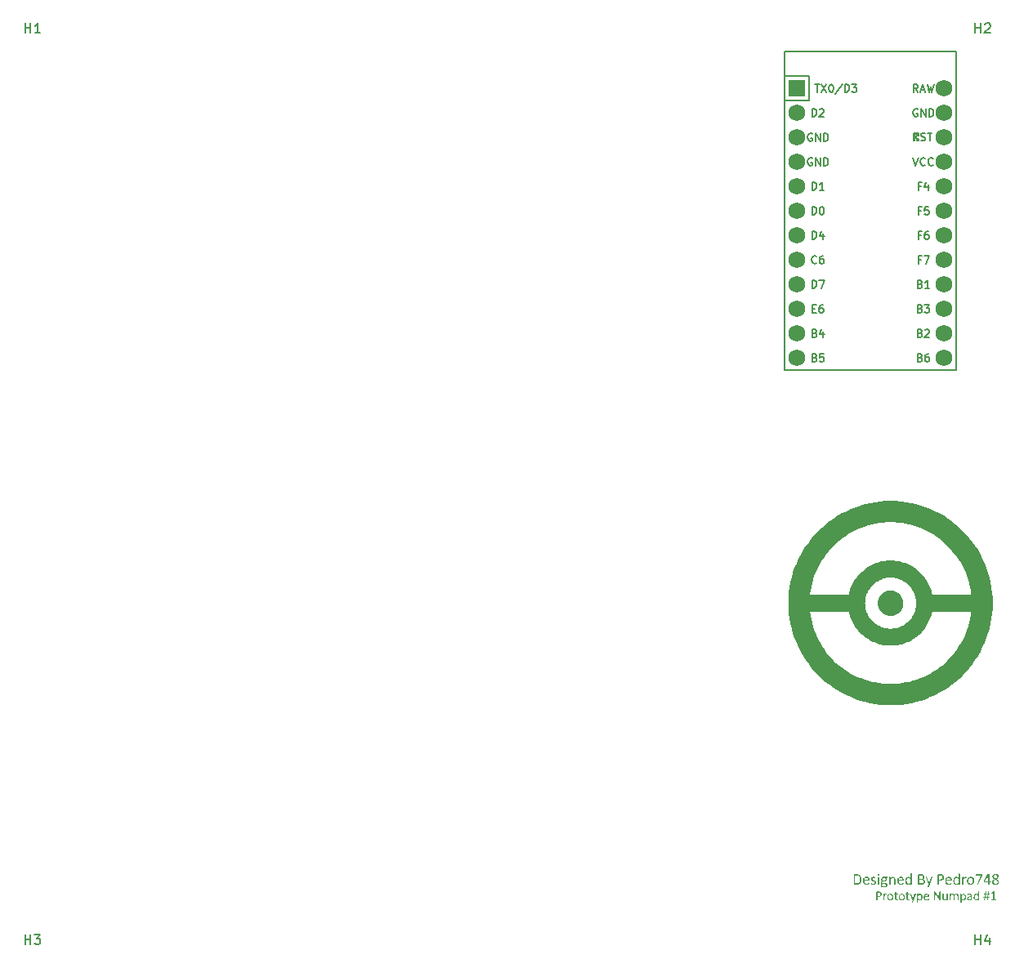
<source format=gbr>
%TF.GenerationSoftware,KiCad,Pcbnew,8.0.2*%
%TF.CreationDate,2024-06-01T15:04:53-05:00*%
%TF.ProjectId,KiCad Numpad,4b694361-6420-44e7-956d-7061642e6b69,rev?*%
%TF.SameCoordinates,Original*%
%TF.FileFunction,Legend,Top*%
%TF.FilePolarity,Positive*%
%FSLAX46Y46*%
G04 Gerber Fmt 4.6, Leading zero omitted, Abs format (unit mm)*
G04 Created by KiCad (PCBNEW 8.0.2) date 2024-06-01 15:04:53*
%MOMM*%
%LPD*%
G01*
G04 APERTURE LIST*
%ADD10C,0.000000*%
%ADD11C,0.100000*%
%ADD12C,0.150000*%
%ADD13C,0.200000*%
%ADD14R,1.752600X1.752600*%
%ADD15C,1.752600*%
G04 APERTURE END LIST*
D10*
G36*
X183265578Y-125678804D02*
G01*
X183332762Y-125683912D01*
X183398970Y-125692325D01*
X183464117Y-125703959D01*
X183528121Y-125718731D01*
X183590899Y-125736557D01*
X183652368Y-125757355D01*
X183712444Y-125781042D01*
X183771044Y-125807534D01*
X183828086Y-125836749D01*
X183883486Y-125868603D01*
X183937161Y-125903013D01*
X183989028Y-125939896D01*
X184039003Y-125979168D01*
X184087004Y-126020748D01*
X184132948Y-126064551D01*
X184176751Y-126110495D01*
X184218331Y-126158496D01*
X184257604Y-126208472D01*
X184294487Y-126260339D01*
X184328897Y-126314013D01*
X184360750Y-126369413D01*
X184389965Y-126426455D01*
X184416457Y-126485055D01*
X184440144Y-126545131D01*
X184460942Y-126606600D01*
X184478769Y-126669378D01*
X184493540Y-126733382D01*
X184505174Y-126798529D01*
X184513587Y-126864737D01*
X184518695Y-126931921D01*
X184520417Y-127000000D01*
X184518695Y-127068078D01*
X184513587Y-127135262D01*
X184505174Y-127201470D01*
X184493540Y-127266617D01*
X184478769Y-127330621D01*
X184460942Y-127393399D01*
X184440144Y-127454868D01*
X184416457Y-127514944D01*
X184389965Y-127573544D01*
X184360750Y-127630586D01*
X184328897Y-127685986D01*
X184294487Y-127739661D01*
X184257604Y-127791528D01*
X184218331Y-127841503D01*
X184176751Y-127889504D01*
X184132948Y-127935448D01*
X184087004Y-127979251D01*
X184039003Y-128020831D01*
X183989028Y-128060104D01*
X183937161Y-128096987D01*
X183883486Y-128131397D01*
X183828086Y-128163250D01*
X183771044Y-128192465D01*
X183712444Y-128218957D01*
X183652368Y-128242644D01*
X183590899Y-128263442D01*
X183528121Y-128281269D01*
X183464117Y-128296040D01*
X183398970Y-128307674D01*
X183332762Y-128316087D01*
X183265578Y-128321195D01*
X183197500Y-128322917D01*
X183129421Y-128321195D01*
X183062237Y-128316087D01*
X182996029Y-128307674D01*
X182930882Y-128296040D01*
X182866878Y-128281269D01*
X182804100Y-128263442D01*
X182742631Y-128242644D01*
X182682555Y-128218957D01*
X182623955Y-128192465D01*
X182566913Y-128163250D01*
X182511513Y-128131397D01*
X182457839Y-128096987D01*
X182405972Y-128060104D01*
X182355996Y-128020831D01*
X182307995Y-127979251D01*
X182262051Y-127935448D01*
X182218248Y-127889504D01*
X182176668Y-127841503D01*
X182137396Y-127791528D01*
X182100513Y-127739661D01*
X182066103Y-127685986D01*
X182034249Y-127630586D01*
X182005034Y-127573544D01*
X181978542Y-127514944D01*
X181954855Y-127454868D01*
X181934057Y-127393399D01*
X181916231Y-127330621D01*
X181901459Y-127266617D01*
X181889825Y-127201470D01*
X181881412Y-127135262D01*
X181876304Y-127068078D01*
X181874582Y-127000000D01*
X181876304Y-126931921D01*
X181881412Y-126864737D01*
X181889825Y-126798529D01*
X181901459Y-126733382D01*
X181916231Y-126669378D01*
X181934057Y-126606600D01*
X181954855Y-126545131D01*
X181978542Y-126485055D01*
X182005034Y-126426455D01*
X182034249Y-126369413D01*
X182066103Y-126314013D01*
X182100513Y-126260339D01*
X182137396Y-126208472D01*
X182176668Y-126158496D01*
X182218248Y-126110495D01*
X182262051Y-126064551D01*
X182307995Y-126020748D01*
X182355996Y-125979168D01*
X182405972Y-125939896D01*
X182457839Y-125903013D01*
X182511513Y-125868603D01*
X182566913Y-125836749D01*
X182623955Y-125807534D01*
X182682555Y-125781042D01*
X182742631Y-125757355D01*
X182804100Y-125736557D01*
X182866878Y-125718731D01*
X182930882Y-125703959D01*
X182996029Y-125692325D01*
X183062237Y-125683912D01*
X183129421Y-125678804D01*
X183197500Y-125677082D01*
X183265578Y-125678804D01*
G37*
G36*
X183742116Y-116430438D02*
G01*
X184279583Y-116471307D01*
X184809236Y-116538611D01*
X185330409Y-116631683D01*
X185842438Y-116749859D01*
X186344657Y-116892473D01*
X186836402Y-117058861D01*
X187317008Y-117248358D01*
X187785810Y-117460299D01*
X188242142Y-117694019D01*
X188685340Y-117948853D01*
X189114740Y-118224135D01*
X189529674Y-118519202D01*
X189929480Y-118833387D01*
X190313492Y-119166027D01*
X190681045Y-119516455D01*
X191031473Y-119884008D01*
X191364113Y-120268020D01*
X191678298Y-120667825D01*
X191973365Y-121082760D01*
X192248648Y-121512159D01*
X192503481Y-121955357D01*
X192737201Y-122411690D01*
X192949142Y-122880491D01*
X193138639Y-123361097D01*
X193305028Y-123852842D01*
X193447642Y-124355062D01*
X193565818Y-124867091D01*
X193658890Y-125388264D01*
X193726193Y-125917916D01*
X193767063Y-126455383D01*
X193780834Y-127000000D01*
X193767063Y-127544616D01*
X193726193Y-128082083D01*
X193658890Y-128611736D01*
X193565818Y-129132909D01*
X193447642Y-129644938D01*
X193305028Y-130147157D01*
X193138639Y-130638902D01*
X192949142Y-131119508D01*
X192737201Y-131588310D01*
X192503481Y-132044642D01*
X192248648Y-132487840D01*
X191973365Y-132917240D01*
X191678298Y-133332174D01*
X191364113Y-133731980D01*
X191031473Y-134115992D01*
X190681045Y-134483545D01*
X190313492Y-134833973D01*
X189929480Y-135166613D01*
X189529674Y-135480798D01*
X189114740Y-135775865D01*
X188685340Y-136051148D01*
X188242142Y-136305981D01*
X187785810Y-136539701D01*
X187317008Y-136751642D01*
X186836402Y-136941139D01*
X186344657Y-137107528D01*
X185842438Y-137250142D01*
X185330409Y-137368318D01*
X184809236Y-137461390D01*
X184279583Y-137528693D01*
X183742116Y-137569563D01*
X183197500Y-137583334D01*
X182652883Y-137569563D01*
X182115416Y-137528693D01*
X181585764Y-137461390D01*
X181064591Y-137368318D01*
X180552562Y-137250142D01*
X180050342Y-137107528D01*
X179558597Y-136941139D01*
X179077991Y-136751642D01*
X178609190Y-136539701D01*
X178152857Y-136305981D01*
X177709659Y-136051148D01*
X177280260Y-135775865D01*
X176865325Y-135480798D01*
X176465520Y-135166613D01*
X176081508Y-134833973D01*
X175713955Y-134483545D01*
X175363527Y-134115992D01*
X175030887Y-133731980D01*
X174716702Y-133332174D01*
X174421635Y-132917240D01*
X174146353Y-132487840D01*
X173891519Y-132044642D01*
X173657799Y-131588310D01*
X173445858Y-131119508D01*
X173256361Y-130638902D01*
X173089973Y-130147157D01*
X172947359Y-129644938D01*
X172829183Y-129132909D01*
X172736111Y-128611736D01*
X172668807Y-128082083D01*
X172653587Y-127881926D01*
X174864908Y-127881926D01*
X174915299Y-128274080D01*
X174983550Y-128660360D01*
X175069230Y-129040334D01*
X175171908Y-129413572D01*
X175291153Y-129779641D01*
X175426533Y-130138112D01*
X175577618Y-130488551D01*
X175743976Y-130830530D01*
X175925176Y-131163615D01*
X176120788Y-131487377D01*
X176330379Y-131801383D01*
X176553518Y-132105204D01*
X176789775Y-132398407D01*
X177038719Y-132680561D01*
X177299917Y-132951235D01*
X177572939Y-133209999D01*
X177857354Y-133456420D01*
X178152730Y-133690068D01*
X178458637Y-133910512D01*
X178774643Y-134117320D01*
X179100316Y-134310061D01*
X179435227Y-134488304D01*
X179778943Y-134651618D01*
X180131034Y-134799572D01*
X180491068Y-134931734D01*
X180858614Y-135047674D01*
X181233241Y-135146959D01*
X181614518Y-135229160D01*
X182002014Y-135293844D01*
X182395297Y-135340581D01*
X182793936Y-135368939D01*
X183197500Y-135378488D01*
X183601064Y-135368939D01*
X183999703Y-135340581D01*
X184392986Y-135293844D01*
X184780481Y-135229160D01*
X185161758Y-135146959D01*
X185536385Y-135047674D01*
X185903931Y-134931734D01*
X186263965Y-134799572D01*
X186616056Y-134651618D01*
X186959772Y-134488304D01*
X187294683Y-134310061D01*
X187620356Y-134117320D01*
X187936362Y-133910512D01*
X188242269Y-133690068D01*
X188537645Y-133456420D01*
X188822060Y-133209999D01*
X189095082Y-132951235D01*
X189356280Y-132680561D01*
X189605224Y-132398407D01*
X189841481Y-132105204D01*
X190064620Y-131801383D01*
X190274211Y-131487377D01*
X190469823Y-131163615D01*
X190651023Y-130830530D01*
X190817381Y-130488551D01*
X190968466Y-130138112D01*
X191103847Y-129779641D01*
X191223092Y-129413572D01*
X191325770Y-129040334D01*
X191411451Y-128660360D01*
X191479702Y-128274080D01*
X191530092Y-127881926D01*
X187519008Y-127881982D01*
X187476719Y-128069191D01*
X187426583Y-128253297D01*
X187368787Y-128434113D01*
X187303515Y-128611454D01*
X187230956Y-128785133D01*
X187151295Y-128954964D01*
X187064719Y-129120761D01*
X186971413Y-129282337D01*
X186871563Y-129439506D01*
X186765357Y-129592082D01*
X186652981Y-129739879D01*
X186534620Y-129882710D01*
X186410460Y-130020389D01*
X186280689Y-130152731D01*
X186145493Y-130279548D01*
X186005056Y-130400654D01*
X185859567Y-130515864D01*
X185709211Y-130624990D01*
X185554174Y-130727847D01*
X185394643Y-130824249D01*
X185230804Y-130914009D01*
X185062842Y-130996941D01*
X184890945Y-131072858D01*
X184715299Y-131141575D01*
X184536090Y-131202905D01*
X184353503Y-131256662D01*
X184167726Y-131302659D01*
X183978945Y-131340712D01*
X183787345Y-131370632D01*
X183593113Y-131392234D01*
X183396436Y-131405332D01*
X183197500Y-131409739D01*
X182998563Y-131405332D01*
X182801886Y-131392234D01*
X182607654Y-131370632D01*
X182416055Y-131340712D01*
X182227273Y-131302659D01*
X182041496Y-131256662D01*
X181858910Y-131202905D01*
X181679700Y-131141575D01*
X181504054Y-131072858D01*
X181332157Y-130996941D01*
X181164196Y-130914009D01*
X181000356Y-130824249D01*
X180840825Y-130727847D01*
X180685788Y-130624990D01*
X180389943Y-130400654D01*
X180114310Y-130152731D01*
X179860380Y-129882710D01*
X179629642Y-129592082D01*
X179523436Y-129439506D01*
X179423587Y-129282337D01*
X179330281Y-129120761D01*
X179243704Y-128954964D01*
X179164043Y-128785133D01*
X179091484Y-128611454D01*
X179026213Y-128434113D01*
X178968416Y-128253297D01*
X178918280Y-128069191D01*
X178875991Y-127881982D01*
X174864908Y-127881926D01*
X172653587Y-127881926D01*
X172627938Y-127544616D01*
X172614167Y-127000000D01*
X180551667Y-127000000D01*
X180555109Y-127136156D01*
X180565327Y-127270525D01*
X180582152Y-127402940D01*
X180605420Y-127533235D01*
X180634963Y-127661244D01*
X180670616Y-127786800D01*
X180712212Y-127909737D01*
X180759586Y-128029889D01*
X180812570Y-128147090D01*
X180870999Y-128261173D01*
X180934706Y-128371973D01*
X181003526Y-128479322D01*
X181077292Y-128583056D01*
X181155837Y-128683007D01*
X181238997Y-128779009D01*
X181326603Y-128870896D01*
X181418490Y-128958503D01*
X181514493Y-129041662D01*
X181614444Y-129120207D01*
X181718177Y-129193973D01*
X181825527Y-129262793D01*
X181936326Y-129326500D01*
X182050410Y-129384929D01*
X182167610Y-129437914D01*
X182287762Y-129485287D01*
X182410700Y-129526883D01*
X182536256Y-129562536D01*
X182664264Y-129592080D01*
X182794559Y-129615347D01*
X182926974Y-129632173D01*
X183061343Y-129642390D01*
X183197500Y-129645832D01*
X183333651Y-129642390D01*
X183468016Y-129632173D01*
X183600427Y-129615347D01*
X183730719Y-129592080D01*
X183858724Y-129562536D01*
X183984278Y-129526883D01*
X184107214Y-129485287D01*
X184227364Y-129437914D01*
X184344564Y-129384929D01*
X184458647Y-129326500D01*
X184569447Y-129262793D01*
X184676797Y-129193973D01*
X184780531Y-129120207D01*
X184880482Y-129041662D01*
X184976486Y-128958503D01*
X185068375Y-128870896D01*
X185155982Y-128779009D01*
X185239143Y-128683007D01*
X185317690Y-128583056D01*
X185391458Y-128479322D01*
X185460279Y-128371973D01*
X185523989Y-128261173D01*
X185582419Y-128147090D01*
X185635406Y-128029889D01*
X185682781Y-127909737D01*
X185724378Y-127786800D01*
X185760033Y-127661244D01*
X185789577Y-127533235D01*
X185812846Y-127402940D01*
X185829672Y-127270525D01*
X185839890Y-127136156D01*
X185843332Y-127000000D01*
X185839890Y-126863848D01*
X185829672Y-126729484D01*
X185812846Y-126597072D01*
X185789577Y-126466781D01*
X185760033Y-126338775D01*
X185724378Y-126213221D01*
X185682781Y-126090286D01*
X185635406Y-125970135D01*
X185582419Y-125852935D01*
X185523989Y-125738852D01*
X185460279Y-125628053D01*
X185391458Y-125520703D01*
X185317690Y-125416969D01*
X185239143Y-125317017D01*
X185155982Y-125221013D01*
X185068375Y-125129125D01*
X184976486Y-125041517D01*
X184880482Y-124958356D01*
X184780531Y-124879809D01*
X184676797Y-124806041D01*
X184569447Y-124737220D01*
X184458647Y-124673511D01*
X184344564Y-124615080D01*
X184227364Y-124562094D01*
X184107214Y-124514719D01*
X183984278Y-124473121D01*
X183858724Y-124437467D01*
X183730719Y-124407922D01*
X183600427Y-124384653D01*
X183468016Y-124367827D01*
X183333651Y-124357610D01*
X183197500Y-124354167D01*
X183061343Y-124357610D01*
X182926974Y-124367827D01*
X182794559Y-124384653D01*
X182664264Y-124407922D01*
X182536256Y-124437467D01*
X182410700Y-124473121D01*
X182287762Y-124514719D01*
X182167610Y-124562094D01*
X182050410Y-124615080D01*
X181936326Y-124673511D01*
X181825527Y-124737220D01*
X181718177Y-124806041D01*
X181614444Y-124879809D01*
X181514493Y-124958356D01*
X181418490Y-125041517D01*
X181326603Y-125129125D01*
X181238997Y-125221013D01*
X181155837Y-125317017D01*
X181077292Y-125416969D01*
X181003526Y-125520703D01*
X180934706Y-125628053D01*
X180870999Y-125738852D01*
X180812570Y-125852935D01*
X180759586Y-125970135D01*
X180712212Y-126090286D01*
X180670616Y-126213221D01*
X180634963Y-126338775D01*
X180605420Y-126466781D01*
X180582152Y-126597072D01*
X180565327Y-126729484D01*
X180555109Y-126863848D01*
X180551667Y-127000000D01*
X172614167Y-127000000D01*
X172627938Y-126455383D01*
X172653587Y-126118074D01*
X174864908Y-126118074D01*
X178875991Y-126118074D01*
X178918280Y-125930860D01*
X178968416Y-125746749D01*
X179026213Y-125565928D01*
X179091484Y-125388583D01*
X179164043Y-125214900D01*
X179243704Y-125045065D01*
X179330281Y-124879265D01*
X179423587Y-124717686D01*
X179523436Y-124560514D01*
X179629642Y-124407935D01*
X179742019Y-124260136D01*
X179860380Y-124117303D01*
X179984539Y-123979621D01*
X180114310Y-123847278D01*
X180249507Y-123720459D01*
X180389943Y-123599352D01*
X180535432Y-123484141D01*
X180685788Y-123375013D01*
X180840825Y-123272155D01*
X181000356Y-123175752D01*
X181164196Y-123085992D01*
X181332157Y-123003059D01*
X181504054Y-122927141D01*
X181679700Y-122858424D01*
X181858910Y-122797094D01*
X182041496Y-122743337D01*
X182227273Y-122697339D01*
X182416055Y-122659286D01*
X182607654Y-122629366D01*
X182801886Y-122607764D01*
X182998563Y-122594666D01*
X183197500Y-122590258D01*
X183396436Y-122594666D01*
X183593113Y-122607764D01*
X183787345Y-122629366D01*
X183978945Y-122659286D01*
X184167726Y-122697339D01*
X184353503Y-122743337D01*
X184536090Y-122797094D01*
X184715299Y-122858424D01*
X184890945Y-122927141D01*
X185062842Y-123003059D01*
X185230804Y-123085992D01*
X185394643Y-123175752D01*
X185554174Y-123272155D01*
X185709211Y-123375013D01*
X186005056Y-123599352D01*
X186280689Y-123847278D01*
X186534620Y-124117303D01*
X186765357Y-124407935D01*
X186871563Y-124560514D01*
X186971413Y-124717686D01*
X187064719Y-124879265D01*
X187151295Y-125045065D01*
X187230956Y-125214900D01*
X187303515Y-125388583D01*
X187368787Y-125565928D01*
X187426583Y-125746749D01*
X187476719Y-125930860D01*
X187519008Y-126118074D01*
X191530092Y-126118074D01*
X191479702Y-125725919D01*
X191411451Y-125339639D01*
X191325770Y-124959665D01*
X191223092Y-124586427D01*
X191103847Y-124220358D01*
X190968466Y-123861888D01*
X190817381Y-123511448D01*
X190651023Y-123169469D01*
X190469823Y-122836384D01*
X190274211Y-122512622D01*
X190064620Y-122198615D01*
X189841481Y-121894795D01*
X189605224Y-121601592D01*
X189356280Y-121319437D01*
X189095082Y-121048763D01*
X188822060Y-120789999D01*
X188537645Y-120543578D01*
X188242269Y-120309929D01*
X187936362Y-120089486D01*
X187620356Y-119882678D01*
X187294683Y-119689936D01*
X186959772Y-119511693D01*
X186616056Y-119348379D01*
X186263965Y-119200425D01*
X185903931Y-119068263D01*
X185536385Y-118952324D01*
X185161758Y-118853038D01*
X184780481Y-118770837D01*
X184392986Y-118706153D01*
X183999703Y-118659416D01*
X183601064Y-118631058D01*
X183197500Y-118621509D01*
X182793936Y-118631058D01*
X182395297Y-118659416D01*
X182002014Y-118706153D01*
X181614518Y-118770837D01*
X181233241Y-118853038D01*
X180858614Y-118952324D01*
X180491068Y-119068263D01*
X180131034Y-119200425D01*
X179778943Y-119348379D01*
X179435227Y-119511693D01*
X179100316Y-119689936D01*
X178774643Y-119882678D01*
X178458637Y-120089486D01*
X178152730Y-120309929D01*
X177857354Y-120543578D01*
X177572939Y-120789999D01*
X177299917Y-121048763D01*
X177038719Y-121319437D01*
X176789775Y-121601592D01*
X176553518Y-121894795D01*
X176330379Y-122198615D01*
X176120788Y-122512622D01*
X175925176Y-122836384D01*
X175743976Y-123169469D01*
X175577618Y-123511448D01*
X175426533Y-123861888D01*
X175291153Y-124220358D01*
X175171908Y-124586427D01*
X175069230Y-124959665D01*
X174983550Y-125339639D01*
X174915299Y-125725919D01*
X174864908Y-126118074D01*
X172653587Y-126118074D01*
X172668807Y-125917916D01*
X172736111Y-125388264D01*
X172829183Y-124867091D01*
X172947359Y-124355062D01*
X173089973Y-123852842D01*
X173256361Y-123361097D01*
X173445858Y-122880491D01*
X173657799Y-122411690D01*
X173891519Y-121955357D01*
X174146353Y-121512159D01*
X174421635Y-121082760D01*
X174716702Y-120667825D01*
X175030887Y-120268020D01*
X175363527Y-119884008D01*
X175713955Y-119516455D01*
X176081508Y-119166027D01*
X176465520Y-118833387D01*
X176865325Y-118519202D01*
X177280260Y-118224135D01*
X177709659Y-117948853D01*
X178152857Y-117694019D01*
X178609190Y-117460299D01*
X179077991Y-117248358D01*
X179558597Y-117058861D01*
X180050342Y-116892473D01*
X180552562Y-116749859D01*
X181064591Y-116631683D01*
X181585764Y-116538611D01*
X182115416Y-116471307D01*
X182652883Y-116430438D01*
X183197500Y-116416667D01*
X183742116Y-116430438D01*
G37*
D11*
G36*
X182015360Y-156897258D02*
G01*
X182020327Y-156897694D01*
X182069716Y-156905210D01*
X182082854Y-156907952D01*
X182130824Y-156924101D01*
X182156371Y-156937261D01*
X182196904Y-156966315D01*
X182219874Y-156990262D01*
X182247866Y-157033253D01*
X182260174Y-157062802D01*
X182271629Y-157111944D01*
X182274340Y-157153905D01*
X182270712Y-157205389D01*
X182258691Y-157256146D01*
X182252358Y-157273095D01*
X182229478Y-157316693D01*
X182196870Y-157356764D01*
X182189344Y-157363954D01*
X182150054Y-157393426D01*
X182103565Y-157416447D01*
X182088960Y-157421839D01*
X182041218Y-157434341D01*
X181991782Y-157440733D01*
X181947299Y-157442356D01*
X181846427Y-157442356D01*
X181846427Y-157764268D01*
X181843251Y-157773793D01*
X181833482Y-157780388D01*
X181815652Y-157784540D01*
X181787320Y-157786250D01*
X181758743Y-157784540D01*
X181740425Y-157780388D01*
X181730900Y-157774037D01*
X181728213Y-157764268D01*
X181728213Y-157344658D01*
X181846427Y-157344658D01*
X181952672Y-157344658D01*
X182001826Y-157341300D01*
X182041821Y-157331225D01*
X182085091Y-157307570D01*
X182101172Y-157293612D01*
X182130618Y-157252121D01*
X182137564Y-157235970D01*
X182148804Y-157186970D01*
X182150020Y-157162942D01*
X182144952Y-157113849D01*
X182129748Y-157073549D01*
X182098934Y-157034314D01*
X182079434Y-157020060D01*
X182033501Y-157000963D01*
X182017641Y-156997834D01*
X181968840Y-156993182D01*
X181955603Y-156992949D01*
X181846427Y-156992949D01*
X181846427Y-157344658D01*
X181728213Y-157344658D01*
X181728213Y-156946054D01*
X181742623Y-156906975D01*
X181774863Y-156895252D01*
X181965129Y-156895252D01*
X182015360Y-156897258D01*
G37*
G36*
X182799462Y-157184435D02*
G01*
X182798729Y-157209592D01*
X182795799Y-157225468D01*
X182790669Y-157234261D01*
X182782121Y-157237436D01*
X182768688Y-157234261D01*
X182750858Y-157228155D01*
X182728632Y-157222293D01*
X182701765Y-157219606D01*
X182668060Y-157226933D01*
X182633377Y-157250625D01*
X182600252Y-157287677D01*
X182595275Y-157294344D01*
X182567416Y-157335292D01*
X182551311Y-157361023D01*
X182551311Y-157765000D01*
X182548625Y-157774282D01*
X182539588Y-157780876D01*
X182522491Y-157785028D01*
X182494403Y-157786250D01*
X182466803Y-157785028D01*
X182449218Y-157780876D01*
X182440425Y-157774282D01*
X182437983Y-157765000D01*
X182437983Y-157150974D01*
X182439937Y-157141693D01*
X182448241Y-157134854D01*
X182464117Y-157130702D01*
X182489518Y-157129725D01*
X182514675Y-157130702D01*
X182530062Y-157134854D01*
X182537878Y-157141693D01*
X182540321Y-157150974D01*
X182540321Y-157240367D01*
X182569365Y-157199417D01*
X182587948Y-157177352D01*
X182623954Y-157143613D01*
X182630202Y-157139006D01*
X182669769Y-157119467D01*
X182709337Y-157114093D01*
X182729609Y-157115070D01*
X182753300Y-157118734D01*
X182775526Y-157124840D01*
X182789692Y-157131679D01*
X182795066Y-157138273D01*
X182797508Y-157146089D01*
X182798974Y-157159767D01*
X182799462Y-157184435D01*
G37*
G36*
X183225189Y-157116806D02*
G01*
X183274556Y-157125954D01*
X183307976Y-157137052D01*
X183353957Y-157161161D01*
X183392739Y-157193312D01*
X183402498Y-157203975D01*
X183431977Y-157245829D01*
X183452820Y-157291140D01*
X183459162Y-157310220D01*
X183470622Y-157359382D01*
X183476481Y-157408429D01*
X183477969Y-157451393D01*
X183475602Y-157502536D01*
X183467622Y-157555104D01*
X183457941Y-157592321D01*
X183440321Y-157638025D01*
X183414954Y-157681956D01*
X183398590Y-157703207D01*
X183363294Y-157737566D01*
X183321307Y-157765234D01*
X183299672Y-157775747D01*
X183252514Y-157791672D01*
X183200066Y-157800248D01*
X183162163Y-157801881D01*
X183111943Y-157799168D01*
X183062489Y-157790020D01*
X183029050Y-157778922D01*
X182983069Y-157754860D01*
X182944287Y-157722849D01*
X182934528Y-157712244D01*
X182905263Y-157670223D01*
X182884618Y-157624840D01*
X182878353Y-157605754D01*
X182867041Y-157556489D01*
X182861258Y-157507167D01*
X182859790Y-157463849D01*
X182860121Y-157456522D01*
X182978736Y-157456522D01*
X182981057Y-157506225D01*
X182988018Y-157552753D01*
X183002323Y-157599757D01*
X183018792Y-157631400D01*
X183051689Y-157667883D01*
X183076922Y-157684644D01*
X183123505Y-157700444D01*
X183167536Y-157704184D01*
X183216494Y-157699152D01*
X183253510Y-157686354D01*
X183293848Y-157658133D01*
X183313105Y-157635796D01*
X183336557Y-157592829D01*
X183347543Y-157558371D01*
X183356119Y-157508071D01*
X183358534Y-157459453D01*
X183356214Y-157410299D01*
X183349253Y-157363954D01*
X183335025Y-157316873D01*
X183318722Y-157285063D01*
X183286246Y-157248255D01*
X183261081Y-157231574D01*
X183214421Y-157215577D01*
X183170223Y-157211790D01*
X183120953Y-157216891D01*
X183084005Y-157229864D01*
X183043991Y-157258067D01*
X183024654Y-157280667D01*
X183001233Y-157323837D01*
X182989972Y-157358336D01*
X182981205Y-157408429D01*
X182978736Y-157456522D01*
X182860121Y-157456522D01*
X182862099Y-157412734D01*
X182869884Y-157360264D01*
X182879330Y-157323165D01*
X182896801Y-157277347D01*
X182922084Y-157233446D01*
X182938436Y-157212279D01*
X182973810Y-157177842D01*
X183015632Y-157150338D01*
X183037110Y-157139983D01*
X183084223Y-157124206D01*
X183136899Y-157115711D01*
X183175108Y-157114093D01*
X183225189Y-157116806D01*
G37*
G36*
X183962302Y-157727143D02*
G01*
X183959371Y-157758894D01*
X183951067Y-157776236D01*
X183934703Y-157786494D01*
X183909546Y-157794554D01*
X183879748Y-157799683D01*
X183848241Y-157801881D01*
X183798438Y-157797785D01*
X183765687Y-157788936D01*
X183722842Y-157763739D01*
X183709511Y-157750102D01*
X183684943Y-157707587D01*
X183677515Y-157683912D01*
X183669418Y-157634367D01*
X183667501Y-157589634D01*
X183667501Y-157223514D01*
X183581039Y-157223514D01*
X183564431Y-157212523D01*
X183558325Y-157176864D01*
X183560034Y-157155126D01*
X183564431Y-157140471D01*
X183571514Y-157132167D01*
X183581528Y-157129725D01*
X183667501Y-157129725D01*
X183667501Y-156980248D01*
X183669944Y-156971211D01*
X183678736Y-156963640D01*
X183696322Y-156959243D01*
X183723921Y-156957778D01*
X183752009Y-156959243D01*
X183769106Y-156963640D01*
X183778143Y-156971211D01*
X183780830Y-156980248D01*
X183780830Y-157129725D01*
X183939588Y-157129725D01*
X183949113Y-157132167D01*
X183956196Y-157140471D01*
X183960837Y-157155126D01*
X183962302Y-157176864D01*
X183955952Y-157212523D01*
X183939588Y-157223514D01*
X183780830Y-157223514D01*
X183780830Y-157573270D01*
X183784430Y-157623873D01*
X183799637Y-157671211D01*
X183839800Y-157700964D01*
X183867292Y-157704184D01*
X183895380Y-157701253D01*
X183917362Y-157694658D01*
X183933970Y-157688064D01*
X183946427Y-157684889D01*
X183952777Y-157686843D01*
X183957662Y-157693437D01*
X183960837Y-157706382D01*
X183962302Y-157727143D01*
G37*
G36*
X184418071Y-157116806D02*
G01*
X184467439Y-157125954D01*
X184500858Y-157137052D01*
X184546839Y-157161161D01*
X184585622Y-157193312D01*
X184595380Y-157203975D01*
X184624859Y-157245829D01*
X184645702Y-157291140D01*
X184652044Y-157310220D01*
X184663504Y-157359382D01*
X184669363Y-157408429D01*
X184670851Y-157451393D01*
X184668484Y-157502536D01*
X184660504Y-157555104D01*
X184650823Y-157592321D01*
X184633203Y-157638025D01*
X184607836Y-157681956D01*
X184591472Y-157703207D01*
X184556176Y-157737566D01*
X184514189Y-157765234D01*
X184492554Y-157775747D01*
X184445396Y-157791672D01*
X184392948Y-157800248D01*
X184355045Y-157801881D01*
X184304825Y-157799168D01*
X184255371Y-157790020D01*
X184221933Y-157778922D01*
X184175951Y-157754860D01*
X184137169Y-157722849D01*
X184127411Y-157712244D01*
X184098145Y-157670223D01*
X184077501Y-157624840D01*
X184071235Y-157605754D01*
X184059923Y-157556489D01*
X184054141Y-157507167D01*
X184052672Y-157463849D01*
X184053003Y-157456522D01*
X184171618Y-157456522D01*
X184173939Y-157506225D01*
X184180900Y-157552753D01*
X184195205Y-157599757D01*
X184211674Y-157631400D01*
X184244571Y-157667883D01*
X184269804Y-157684644D01*
X184316387Y-157700444D01*
X184360418Y-157704184D01*
X184409376Y-157699152D01*
X184446392Y-157686354D01*
X184486730Y-157658133D01*
X184505987Y-157635796D01*
X184529439Y-157592829D01*
X184540425Y-157558371D01*
X184549001Y-157508071D01*
X184551416Y-157459453D01*
X184549096Y-157410299D01*
X184542135Y-157363954D01*
X184527907Y-157316873D01*
X184511605Y-157285063D01*
X184479128Y-157248255D01*
X184453963Y-157231574D01*
X184407303Y-157215577D01*
X184363105Y-157211790D01*
X184313835Y-157216891D01*
X184276887Y-157229864D01*
X184236873Y-157258067D01*
X184217536Y-157280667D01*
X184194116Y-157323837D01*
X184182854Y-157358336D01*
X184174087Y-157408429D01*
X184171618Y-157456522D01*
X184053003Y-157456522D01*
X184054981Y-157412734D01*
X184062766Y-157360264D01*
X184072212Y-157323165D01*
X184089683Y-157277347D01*
X184114966Y-157233446D01*
X184131318Y-157212279D01*
X184166692Y-157177842D01*
X184208514Y-157150338D01*
X184229993Y-157139983D01*
X184277105Y-157124206D01*
X184329781Y-157115711D01*
X184367990Y-157114093D01*
X184418071Y-157116806D01*
G37*
G36*
X185155184Y-157727143D02*
G01*
X185152254Y-157758894D01*
X185143949Y-157776236D01*
X185127585Y-157786494D01*
X185102428Y-157794554D01*
X185072630Y-157799683D01*
X185041123Y-157801881D01*
X184991320Y-157797785D01*
X184958569Y-157788936D01*
X184915724Y-157763739D01*
X184902393Y-157750102D01*
X184877825Y-157707587D01*
X184870397Y-157683912D01*
X184862300Y-157634367D01*
X184860383Y-157589634D01*
X184860383Y-157223514D01*
X184773921Y-157223514D01*
X184757313Y-157212523D01*
X184751207Y-157176864D01*
X184752916Y-157155126D01*
X184757313Y-157140471D01*
X184764396Y-157132167D01*
X184774410Y-157129725D01*
X184860383Y-157129725D01*
X184860383Y-156980248D01*
X184862826Y-156971211D01*
X184871618Y-156963640D01*
X184889204Y-156959243D01*
X184916803Y-156957778D01*
X184944891Y-156959243D01*
X184961988Y-156963640D01*
X184971025Y-156971211D01*
X184973712Y-156980248D01*
X184973712Y-157129725D01*
X185132470Y-157129725D01*
X185141995Y-157132167D01*
X185149078Y-157140471D01*
X185153719Y-157155126D01*
X185155184Y-157176864D01*
X185148834Y-157212523D01*
X185132470Y-157223514D01*
X184973712Y-157223514D01*
X184973712Y-157573270D01*
X184977312Y-157623873D01*
X184992519Y-157671211D01*
X185032682Y-157700964D01*
X185060174Y-157704184D01*
X185088262Y-157701253D01*
X185110244Y-157694658D01*
X185126852Y-157688064D01*
X185139309Y-157684889D01*
X185145659Y-157686843D01*
X185150544Y-157693437D01*
X185153719Y-157706382D01*
X185155184Y-157727143D01*
G37*
G36*
X185584075Y-157786250D02*
G01*
X185501765Y-158013640D01*
X185480760Y-158030492D01*
X185431834Y-158036348D01*
X185429713Y-158036354D01*
X185400893Y-158034644D01*
X185384040Y-158028783D01*
X185377445Y-158017792D01*
X185380865Y-158001427D01*
X185466106Y-157786250D01*
X185454138Y-157777457D01*
X185446810Y-157764268D01*
X185226259Y-157173688D01*
X185220886Y-157150974D01*
X185226259Y-157138029D01*
X185244089Y-157131434D01*
X185277062Y-157129725D01*
X185309302Y-157130702D01*
X185327864Y-157134610D01*
X185337878Y-157142425D01*
X185344473Y-157156591D01*
X185521060Y-157652404D01*
X185523014Y-157652404D01*
X185693496Y-157153661D01*
X185703265Y-157137052D01*
X185720851Y-157131434D01*
X185754556Y-157129725D01*
X185786064Y-157131434D01*
X185804382Y-157138029D01*
X185810244Y-157150974D01*
X185806092Y-157171734D01*
X185584075Y-157786250D01*
G37*
G36*
X186306476Y-157118447D02*
G01*
X186354508Y-157132872D01*
X186369804Y-157140471D01*
X186410362Y-157169494D01*
X186443191Y-157207104D01*
X186446985Y-157212767D01*
X186470139Y-157255844D01*
X186487029Y-157304717D01*
X186490704Y-157319746D01*
X186499560Y-157370368D01*
X186503727Y-157419244D01*
X186504382Y-157448706D01*
X186502665Y-157498375D01*
X186496808Y-157549264D01*
X186486796Y-157596229D01*
X186469925Y-157645989D01*
X186445535Y-157692365D01*
X186435261Y-157707115D01*
X186399891Y-157745143D01*
X186357437Y-157774048D01*
X186351242Y-157777213D01*
X186304626Y-157794076D01*
X186252400Y-157801496D01*
X186236448Y-157801881D01*
X186187114Y-157796609D01*
X186185645Y-157796263D01*
X186139972Y-157778922D01*
X186098512Y-157751359D01*
X186095764Y-157749125D01*
X186058108Y-157715562D01*
X186048869Y-157706626D01*
X186048869Y-158014372D01*
X186046182Y-158023898D01*
X186037145Y-158030737D01*
X186020048Y-158034889D01*
X185991960Y-158036354D01*
X185964361Y-158034889D01*
X185946775Y-158030737D01*
X185937983Y-158023898D01*
X185935540Y-158014372D01*
X185935540Y-157335133D01*
X186048869Y-157335133D01*
X186048869Y-157584261D01*
X186083319Y-157624046D01*
X186119011Y-157658541D01*
X186137529Y-157673409D01*
X186183267Y-157697422D01*
X186225457Y-157704184D01*
X186274114Y-157695979D01*
X186298729Y-157683179D01*
X186335167Y-157647717D01*
X186348066Y-157627247D01*
X186367873Y-157580345D01*
X186375910Y-157549090D01*
X186383217Y-157500223D01*
X186384947Y-157461895D01*
X186382879Y-157411477D01*
X186377620Y-157368594D01*
X186365506Y-157318757D01*
X186352951Y-157288727D01*
X186323115Y-157247283D01*
X186305812Y-157232795D01*
X186258365Y-157213842D01*
X186232295Y-157211790D01*
X186189064Y-157218629D01*
X186145833Y-157239634D01*
X186107174Y-157270147D01*
X186099672Y-157277247D01*
X186065374Y-157314682D01*
X186048869Y-157335133D01*
X185935540Y-157335133D01*
X185935540Y-157150974D01*
X185937494Y-157141204D01*
X185945799Y-157134610D01*
X185961674Y-157130702D01*
X185985122Y-157129725D01*
X186008813Y-157130702D01*
X186024200Y-157134365D01*
X186032749Y-157140716D01*
X186035191Y-157149997D01*
X186035191Y-157229620D01*
X186071215Y-157194518D01*
X186089413Y-157178818D01*
X186130397Y-157149706D01*
X186141926Y-157143158D01*
X186187720Y-157123883D01*
X186196392Y-157121420D01*
X186245464Y-157114272D01*
X186255010Y-157114093D01*
X186306476Y-157118447D01*
G37*
G36*
X186978453Y-157117356D02*
G01*
X187027380Y-157128255D01*
X187050753Y-157137296D01*
X187094813Y-157162537D01*
X187132938Y-157197151D01*
X187135017Y-157199578D01*
X187163593Y-157242076D01*
X187182398Y-157288130D01*
X187183377Y-157291413D01*
X187194422Y-157342483D01*
X187198629Y-157393052D01*
X187198764Y-157404254D01*
X187198764Y-157424526D01*
X187185331Y-157462383D01*
X187154801Y-157473619D01*
X186749602Y-157473619D01*
X186752166Y-157524665D01*
X186759860Y-157570339D01*
X186776863Y-157617166D01*
X186794054Y-157644344D01*
X186831891Y-157678635D01*
X186856580Y-157691728D01*
X186905404Y-157704960D01*
X186950858Y-157708092D01*
X187001996Y-157705325D01*
X187029016Y-157701009D01*
X187077160Y-157688516D01*
X187088611Y-157684644D01*
X187129888Y-157668524D01*
X187154312Y-157661197D01*
X187162616Y-157663640D01*
X187168478Y-157670967D01*
X187171653Y-157684644D01*
X187172630Y-157705894D01*
X187171898Y-157721769D01*
X187170188Y-157733737D01*
X187166769Y-157743019D01*
X187160662Y-157751079D01*
X187138436Y-157763779D01*
X187092157Y-157780113D01*
X187090321Y-157780632D01*
X187040770Y-157791898D01*
X187021933Y-157795286D01*
X186971386Y-157800954D01*
X186939134Y-157801881D01*
X186888966Y-157799341D01*
X186839307Y-157790778D01*
X186805533Y-157780388D01*
X186758817Y-157757440D01*
X186719113Y-157726639D01*
X186709057Y-157716396D01*
X186678510Y-157675096D01*
X186656674Y-157629379D01*
X186649951Y-157609906D01*
X186637895Y-157558993D01*
X186631732Y-157507193D01*
X186630167Y-157461162D01*
X186632591Y-157407683D01*
X186636101Y-157383737D01*
X186749602Y-157383737D01*
X187084703Y-157383737D01*
X187081807Y-157334755D01*
X187067061Y-157285296D01*
X187045380Y-157251846D01*
X187004993Y-157220851D01*
X186955906Y-157206265D01*
X186922037Y-157203975D01*
X186871422Y-157210391D01*
X186848520Y-157218873D01*
X186806892Y-157246717D01*
X186795519Y-157258441D01*
X186769004Y-157299748D01*
X186762547Y-157315594D01*
X186751218Y-157363930D01*
X186749602Y-157383737D01*
X186636101Y-157383737D01*
X186639864Y-157358072D01*
X186650683Y-157316326D01*
X186668647Y-157270714D01*
X186693921Y-157227502D01*
X186710034Y-157206905D01*
X186747100Y-157171603D01*
X186790337Y-157144341D01*
X186803824Y-157138029D01*
X186850651Y-157122531D01*
X186901832Y-157114935D01*
X186926922Y-157114093D01*
X186978453Y-157117356D01*
G37*
G36*
X188369176Y-157735447D02*
G01*
X188364780Y-157758894D01*
X188353056Y-157774770D01*
X188336936Y-157783563D01*
X188319106Y-157786250D01*
X188281249Y-157786250D01*
X188249986Y-157782342D01*
X188224584Y-157768176D01*
X188200648Y-157740332D01*
X188175169Y-157697535D01*
X188174270Y-157695880D01*
X187893879Y-157191274D01*
X187868995Y-157146151D01*
X187849427Y-157109453D01*
X187826708Y-157064659D01*
X187808150Y-157026166D01*
X187806685Y-157026166D01*
X187807906Y-157076052D01*
X187808639Y-157127038D01*
X187809188Y-157178207D01*
X187809371Y-157229132D01*
X187809371Y-157764268D01*
X187806685Y-157773549D01*
X187797404Y-157780388D01*
X187780062Y-157784540D01*
X187753196Y-157786250D01*
X187725840Y-157784540D01*
X187708988Y-157780388D01*
X187700195Y-157773549D01*
X187697508Y-157764268D01*
X187697508Y-156946054D01*
X187712651Y-156906975D01*
X187745624Y-156895252D01*
X187801800Y-156895252D01*
X187835261Y-156898671D01*
X187859197Y-156910150D01*
X187879713Y-156932132D01*
X187901451Y-156967303D01*
X188117117Y-157356626D01*
X188141580Y-157400533D01*
X188155708Y-157426236D01*
X188179440Y-157470374D01*
X188191367Y-157493158D01*
X188214760Y-157537813D01*
X188225317Y-157557882D01*
X188248374Y-157601772D01*
X188258778Y-157621874D01*
X188259267Y-157621874D01*
X188258283Y-157570304D01*
X188257655Y-157520429D01*
X188257557Y-157509522D01*
X188257390Y-157459120D01*
X188257315Y-157407088D01*
X188257313Y-157396926D01*
X188257313Y-156917233D01*
X188260000Y-156908196D01*
X188269281Y-156901113D01*
X188286378Y-156896717D01*
X188314221Y-156895252D01*
X188340355Y-156896717D01*
X188357452Y-156901113D01*
X188366489Y-156908196D01*
X188369176Y-156917233D01*
X188369176Y-157735447D01*
G37*
G36*
X189117780Y-157765000D02*
G01*
X189115338Y-157774282D01*
X189106545Y-157780876D01*
X189090425Y-157785028D01*
X189066245Y-157786250D01*
X189040355Y-157785028D01*
X189024724Y-157780876D01*
X189016664Y-157774282D01*
X189014710Y-157765000D01*
X189014710Y-157683912D01*
X188978445Y-157722302D01*
X188939278Y-157755229D01*
X188910174Y-157773793D01*
X188864847Y-157792994D01*
X188815763Y-157801634D01*
X188805882Y-157801881D01*
X188755553Y-157797954D01*
X188707193Y-157783849D01*
X188701835Y-157781365D01*
X188659400Y-157753372D01*
X188633447Y-157725189D01*
X188608683Y-157681440D01*
X188595833Y-157642390D01*
X188587769Y-157593568D01*
X188584774Y-157544136D01*
X188584598Y-157527596D01*
X188584598Y-157150974D01*
X188587041Y-157141937D01*
X188596322Y-157134854D01*
X188614152Y-157130702D01*
X188641751Y-157129725D01*
X188669106Y-157130702D01*
X188686692Y-157134854D01*
X188695973Y-157141937D01*
X188698660Y-157151218D01*
X188698660Y-157512453D01*
X188700614Y-157561485D01*
X188706475Y-157599648D01*
X188724894Y-157646544D01*
X188730655Y-157655580D01*
X188766894Y-157689010D01*
X188771444Y-157691483D01*
X188819222Y-157703874D01*
X188829330Y-157704184D01*
X188879710Y-157693076D01*
X188914082Y-157672677D01*
X188952036Y-157639451D01*
X188986131Y-157601967D01*
X189003719Y-157580109D01*
X189003719Y-157150974D01*
X189006161Y-157141693D01*
X189015443Y-157134854D01*
X189032784Y-157130702D01*
X189060628Y-157129725D01*
X189088227Y-157130702D01*
X189105324Y-157134854D01*
X189114605Y-157141693D01*
X189117780Y-157150974D01*
X189117780Y-157765000D01*
G37*
G36*
X190240809Y-157765000D02*
G01*
X190238122Y-157774282D01*
X190229085Y-157780876D01*
X190211988Y-157785028D01*
X190184389Y-157786250D01*
X190156301Y-157785028D01*
X190138715Y-157780876D01*
X190129434Y-157774282D01*
X190126748Y-157764756D01*
X190126748Y-157387645D01*
X190123515Y-157336924D01*
X190119909Y-157316082D01*
X190103314Y-157269261D01*
X190097927Y-157260150D01*
X190062235Y-157225847D01*
X190059337Y-157224247D01*
X190010461Y-157211900D01*
X190004626Y-157211790D01*
X189955377Y-157223621D01*
X189925736Y-157242076D01*
X189887099Y-157276695D01*
X189853640Y-157313354D01*
X189839030Y-157330981D01*
X189839030Y-157764756D01*
X189836099Y-157774282D01*
X189826817Y-157780876D01*
X189809476Y-157785028D01*
X189781877Y-157786250D01*
X189754766Y-157785028D01*
X189736936Y-157780876D01*
X189727899Y-157774282D01*
X189725701Y-157764756D01*
X189725701Y-157387645D01*
X189722122Y-157336924D01*
X189718129Y-157316082D01*
X189700827Y-157269261D01*
X189695415Y-157260150D01*
X189660152Y-157225847D01*
X189657313Y-157224247D01*
X189608479Y-157211900D01*
X189602602Y-157211790D01*
X189553468Y-157223621D01*
X189523712Y-157242076D01*
X189484832Y-157276695D01*
X189451487Y-157313354D01*
X189437006Y-157330981D01*
X189437006Y-157764756D01*
X189434319Y-157774282D01*
X189425282Y-157780876D01*
X189408185Y-157785028D01*
X189380097Y-157786250D01*
X189352498Y-157785028D01*
X189334912Y-157780876D01*
X189326120Y-157774282D01*
X189323677Y-157765000D01*
X189323677Y-157150974D01*
X189325631Y-157141693D01*
X189333935Y-157134854D01*
X189349811Y-157130702D01*
X189375212Y-157129725D01*
X189400369Y-157130702D01*
X189415757Y-157134854D01*
X189423572Y-157141693D01*
X189426015Y-157150974D01*
X189426015Y-157232062D01*
X189461574Y-157193951D01*
X189499510Y-157161195D01*
X189527376Y-157142670D01*
X189573668Y-157122158D01*
X189623639Y-157114121D01*
X189626782Y-157114093D01*
X189675814Y-157118480D01*
X189695659Y-157123374D01*
X189740595Y-157143455D01*
X189749637Y-157149508D01*
X189785246Y-157184050D01*
X189789448Y-157189808D01*
X189813476Y-157232789D01*
X189817048Y-157241588D01*
X189850742Y-157205498D01*
X189875666Y-157182237D01*
X189914556Y-157152048D01*
X189929155Y-157142914D01*
X189974877Y-157122287D01*
X189979469Y-157120932D01*
X190028562Y-157114093D01*
X190080422Y-157118709D01*
X190128946Y-157135098D01*
X190169612Y-157163211D01*
X190194403Y-157191274D01*
X190218068Y-157234628D01*
X190230062Y-157273584D01*
X190238122Y-157322005D01*
X190240809Y-157372991D01*
X190240809Y-157765000D01*
G37*
G36*
X190812268Y-157118447D02*
G01*
X190860300Y-157132872D01*
X190875596Y-157140471D01*
X190916154Y-157169494D01*
X190948983Y-157207104D01*
X190952777Y-157212767D01*
X190975931Y-157255844D01*
X190992821Y-157304717D01*
X190996496Y-157319746D01*
X191005352Y-157370368D01*
X191009519Y-157419244D01*
X191010174Y-157448706D01*
X191008457Y-157498375D01*
X191002601Y-157549264D01*
X190992588Y-157596229D01*
X190975717Y-157645989D01*
X190951327Y-157692365D01*
X190941053Y-157707115D01*
X190905683Y-157745143D01*
X190863229Y-157774048D01*
X190857034Y-157777213D01*
X190810418Y-157794076D01*
X190758192Y-157801496D01*
X190742240Y-157801881D01*
X190692906Y-157796609D01*
X190691437Y-157796263D01*
X190645764Y-157778922D01*
X190604304Y-157751359D01*
X190601556Y-157749125D01*
X190563900Y-157715562D01*
X190554661Y-157706626D01*
X190554661Y-158014372D01*
X190551974Y-158023898D01*
X190542937Y-158030737D01*
X190525840Y-158034889D01*
X190497752Y-158036354D01*
X190470153Y-158034889D01*
X190452568Y-158030737D01*
X190443775Y-158023898D01*
X190441332Y-158014372D01*
X190441332Y-157335133D01*
X190554661Y-157335133D01*
X190554661Y-157584261D01*
X190589111Y-157624046D01*
X190624803Y-157658541D01*
X190643321Y-157673409D01*
X190689059Y-157697422D01*
X190731249Y-157704184D01*
X190779906Y-157695979D01*
X190804521Y-157683179D01*
X190840959Y-157647717D01*
X190853859Y-157627247D01*
X190873665Y-157580345D01*
X190881702Y-157549090D01*
X190889009Y-157500223D01*
X190890739Y-157461895D01*
X190888671Y-157411477D01*
X190883412Y-157368594D01*
X190871298Y-157318757D01*
X190858743Y-157288727D01*
X190828907Y-157247283D01*
X190811605Y-157232795D01*
X190764157Y-157213842D01*
X190738087Y-157211790D01*
X190694856Y-157218629D01*
X190651625Y-157239634D01*
X190612966Y-157270147D01*
X190605464Y-157277247D01*
X190571167Y-157314682D01*
X190554661Y-157335133D01*
X190441332Y-157335133D01*
X190441332Y-157150974D01*
X190443286Y-157141204D01*
X190451591Y-157134610D01*
X190467466Y-157130702D01*
X190490914Y-157129725D01*
X190514605Y-157130702D01*
X190529993Y-157134365D01*
X190538541Y-157140716D01*
X190540983Y-157149997D01*
X190540983Y-157229620D01*
X190577007Y-157194518D01*
X190595205Y-157178818D01*
X190636189Y-157149706D01*
X190647718Y-157143158D01*
X190693512Y-157123883D01*
X190702184Y-157121420D01*
X190751257Y-157114272D01*
X190760802Y-157114093D01*
X190812268Y-157118447D01*
G37*
G36*
X191449879Y-157116592D02*
G01*
X191500362Y-157125687D01*
X191512337Y-157129236D01*
X191556871Y-157149324D01*
X191587808Y-157173688D01*
X191616436Y-157213487D01*
X191629574Y-157246473D01*
X191639865Y-157296542D01*
X191642763Y-157347589D01*
X191642763Y-157765489D01*
X191637145Y-157777945D01*
X191622002Y-157784296D01*
X191594159Y-157786250D01*
X191565338Y-157784296D01*
X191549951Y-157777945D01*
X191545310Y-157765489D01*
X191545310Y-157703695D01*
X191508057Y-157738651D01*
X191467252Y-157767435D01*
X191454940Y-157774526D01*
X191406941Y-157794161D01*
X191356365Y-157801774D01*
X191349427Y-157801881D01*
X191300336Y-157798228D01*
X191261256Y-157788936D01*
X191216376Y-157768176D01*
X191193845Y-157751323D01*
X191161447Y-157712209D01*
X191150614Y-157690995D01*
X191137390Y-157642299D01*
X191135226Y-157609418D01*
X191135460Y-157607219D01*
X191251242Y-157607219D01*
X191262005Y-157657265D01*
X191281772Y-157683668D01*
X191326637Y-157707324D01*
X191367257Y-157712000D01*
X191418009Y-157704078D01*
X191450055Y-157689529D01*
X191491641Y-157658640D01*
X191527545Y-157623057D01*
X191530167Y-157620164D01*
X191530167Y-157489250D01*
X191433203Y-157489250D01*
X191382110Y-157492092D01*
X191352114Y-157497310D01*
X191305692Y-157514144D01*
X191295205Y-157520513D01*
X191261744Y-157557638D01*
X191251252Y-157605470D01*
X191251242Y-157607219D01*
X191135460Y-157607219D01*
X191140539Y-157559470D01*
X191156475Y-157516605D01*
X191186254Y-157476617D01*
X191217536Y-157451393D01*
X191261805Y-157428556D01*
X191311404Y-157413136D01*
X191314989Y-157412314D01*
X191364359Y-157403932D01*
X191414082Y-157399988D01*
X191444926Y-157399369D01*
X191530167Y-157399369D01*
X191530167Y-157351741D01*
X191525546Y-157301706D01*
X191522595Y-157289460D01*
X191499215Y-157245398D01*
X191498171Y-157244275D01*
X191456121Y-157217737D01*
X191454452Y-157217164D01*
X191405251Y-157208327D01*
X191388750Y-157207882D01*
X191339577Y-157211699D01*
X191313279Y-157217652D01*
X191266297Y-157234110D01*
X191254905Y-157239146D01*
X191213140Y-157260639D01*
X191187983Y-157270409D01*
X191178457Y-157267722D01*
X191171130Y-157259173D01*
X191166734Y-157244763D01*
X191165512Y-157225224D01*
X191167711Y-157197380D01*
X191179434Y-157178085D01*
X191211430Y-157157324D01*
X191258217Y-157138122D01*
X191263698Y-157136319D01*
X191311051Y-157123726D01*
X191328178Y-157120443D01*
X191376769Y-157114713D01*
X191399009Y-157114093D01*
X191449879Y-157116592D01*
G37*
G36*
X192347404Y-156834435D02*
G01*
X192364501Y-156838587D01*
X192373782Y-156845426D01*
X192376957Y-156854707D01*
X192376957Y-157765000D01*
X192374515Y-157774770D01*
X192366210Y-157781120D01*
X192350823Y-157785028D01*
X192327376Y-157786250D01*
X192303196Y-157785028D01*
X192287564Y-157781365D01*
X192278527Y-157775259D01*
X192275840Y-157765977D01*
X192275840Y-157688552D01*
X192238803Y-157725372D01*
X192197362Y-157757818D01*
X192174480Y-157772083D01*
X192126615Y-157792453D01*
X192074916Y-157801415D01*
X192059441Y-157801881D01*
X192007538Y-157797487D01*
X191958945Y-157782928D01*
X191943426Y-157775259D01*
X191902342Y-157745992D01*
X191869309Y-157708569D01*
X191865512Y-157702963D01*
X191841065Y-157656656D01*
X191824543Y-157607141D01*
X191821793Y-157595740D01*
X191812937Y-157544643D01*
X191808770Y-157495544D01*
X191808115Y-157466047D01*
X191808556Y-157453102D01*
X191925596Y-157453102D01*
X191927595Y-157502895D01*
X191932679Y-157545915D01*
X191944245Y-157593656D01*
X191957836Y-157626515D01*
X191986287Y-157666681D01*
X192005219Y-157682935D01*
X192050530Y-157701673D01*
X192079469Y-157704184D01*
X192122944Y-157698078D01*
X192165931Y-157677073D01*
X192204417Y-157646084D01*
X192211849Y-157638971D01*
X192246366Y-157601652D01*
X192262896Y-157581330D01*
X192262896Y-157330981D01*
X192228721Y-157291265D01*
X192192706Y-157256998D01*
X192173747Y-157242321D01*
X192130027Y-157219423D01*
X192084354Y-157211790D01*
X192035162Y-157219995D01*
X192010593Y-157232795D01*
X191974480Y-157267690D01*
X191961500Y-157287750D01*
X191941999Y-157334022D01*
X191934145Y-157365175D01*
X191927232Y-157414273D01*
X191925596Y-157453102D01*
X191808556Y-157453102D01*
X191809785Y-157417070D01*
X191815478Y-157366776D01*
X191825212Y-157320234D01*
X191841963Y-157270591D01*
X191865952Y-157224162D01*
X191876015Y-157209348D01*
X191911156Y-157170969D01*
X191953381Y-157141928D01*
X191959546Y-157138762D01*
X192006088Y-157121898D01*
X192054581Y-157114695D01*
X192074584Y-157114093D01*
X192123378Y-157119353D01*
X192170929Y-157136556D01*
X192173747Y-157138029D01*
X192215839Y-157165460D01*
X192254642Y-157200068D01*
X192262896Y-157208615D01*
X192262896Y-156854463D01*
X192265338Y-156845182D01*
X192274619Y-156838587D01*
X192291960Y-156834435D01*
X192319316Y-156832725D01*
X192347404Y-156834435D01*
G37*
G36*
X193372491Y-156896717D02*
G01*
X193387145Y-156900381D01*
X193393740Y-156906487D01*
X193394717Y-156914303D01*
X193367362Y-157133633D01*
X193446252Y-157133633D01*
X193463105Y-157144624D01*
X193469699Y-157178818D01*
X193467990Y-157199578D01*
X193463105Y-157213256D01*
X193455533Y-157221072D01*
X193446252Y-157223514D01*
X193356371Y-157223514D01*
X193328771Y-157446263D01*
X193408394Y-157446263D01*
X193425247Y-157457010D01*
X193431842Y-157491448D01*
X193429644Y-157512209D01*
X193425003Y-157525887D01*
X193417676Y-157533702D01*
X193408394Y-157536145D01*
X193317048Y-157536145D01*
X193288227Y-157767443D01*
X193285540Y-157775747D01*
X193277969Y-157781853D01*
X193262826Y-157785273D01*
X193237424Y-157786250D01*
X193211290Y-157785273D01*
X193195415Y-157781853D01*
X193187843Y-157775747D01*
X193186622Y-157767443D01*
X193215443Y-157536145D01*
X193024445Y-157536145D01*
X192995624Y-157767443D01*
X192992449Y-157775747D01*
X192985610Y-157781853D01*
X192970711Y-157785273D01*
X192945554Y-157786250D01*
X192918688Y-157785273D01*
X192902812Y-157781853D01*
X192895240Y-157775747D01*
X192894019Y-157767443D01*
X192922107Y-157536145D01*
X192842484Y-157536145D01*
X192825631Y-157525887D01*
X192819036Y-157491448D01*
X192820990Y-157471176D01*
X192825875Y-157457254D01*
X192832714Y-157449194D01*
X192842484Y-157446263D01*
X192934563Y-157446263D01*
X193036168Y-157446263D01*
X193226434Y-157446263D01*
X193255254Y-157223514D01*
X193063768Y-157223514D01*
X193036168Y-157446263D01*
X192934563Y-157446263D01*
X192962651Y-157223514D01*
X192879609Y-157223514D01*
X192862756Y-157213012D01*
X192856161Y-157179550D01*
X192862756Y-157144379D01*
X192879609Y-157133633D01*
X192972909Y-157133633D01*
X193001242Y-156915035D01*
X193004173Y-156906487D01*
X193012477Y-156900381D01*
X193028597Y-156896717D01*
X193054731Y-156895252D01*
X193080621Y-156896717D01*
X193095519Y-156900381D01*
X193102114Y-156906487D01*
X193103579Y-156914303D01*
X193074759Y-157133633D01*
X193265512Y-157133633D01*
X193292379Y-156915035D01*
X193295799Y-156906487D01*
X193303859Y-156900381D01*
X193319734Y-156896717D01*
X193346601Y-156895252D01*
X193372491Y-156896717D01*
G37*
G36*
X194127690Y-157738134D02*
G01*
X194125491Y-157760848D01*
X194120118Y-157775747D01*
X194112302Y-157783807D01*
X194103021Y-157786250D01*
X193638715Y-157786250D01*
X193629678Y-157783807D01*
X193621618Y-157775747D01*
X193615757Y-157760848D01*
X193613803Y-157738134D01*
X193615757Y-157716152D01*
X193621130Y-157701009D01*
X193628702Y-157691728D01*
X193638715Y-157688552D01*
X193824096Y-157688552D01*
X193824096Y-157020304D01*
X193652393Y-157129725D01*
X193631388Y-157138273D01*
X193618688Y-157135098D01*
X193612093Y-157119955D01*
X193610383Y-157092844D01*
X193611360Y-157072083D01*
X193614535Y-157057917D01*
X193620397Y-157048148D01*
X193630411Y-157039599D01*
X193835087Y-156903800D01*
X193841926Y-156900381D01*
X193852184Y-156897450D01*
X193866594Y-156895740D01*
X193887355Y-156895252D01*
X193914710Y-156896717D01*
X193931807Y-156900381D01*
X193940111Y-156906487D01*
X193942309Y-156914303D01*
X193942309Y-157688552D01*
X194103021Y-157688552D01*
X194113279Y-157691728D01*
X194121095Y-157701009D01*
X194125980Y-157716152D01*
X194127690Y-157738134D01*
G37*
G36*
X179731365Y-155097805D02*
G01*
X179792511Y-155104565D01*
X179854907Y-155117555D01*
X179898756Y-155131602D01*
X179955594Y-155157042D01*
X180006307Y-155188663D01*
X180055017Y-155230588D01*
X180059077Y-155234770D01*
X180099903Y-155284475D01*
X180130586Y-155335491D01*
X180155144Y-155392060D01*
X180157263Y-155398022D01*
X180174883Y-155460327D01*
X180185161Y-155520513D01*
X180190153Y-155584593D01*
X180190676Y-155614324D01*
X180188979Y-155673421D01*
X180182883Y-155736838D01*
X180172355Y-155795860D01*
X180155211Y-155857004D01*
X180132690Y-155912560D01*
X180101629Y-155967709D01*
X180064214Y-156015932D01*
X180051750Y-156029048D01*
X180006218Y-156068226D01*
X179954618Y-156100764D01*
X179896950Y-156126661D01*
X179884688Y-156131044D01*
X179826115Y-156147337D01*
X179761514Y-156158298D01*
X179699031Y-156163565D01*
X179649043Y-156164750D01*
X179423362Y-156164750D01*
X179387312Y-156152147D01*
X179370606Y-156107010D01*
X179370606Y-156042823D01*
X179512462Y-156042823D01*
X179658128Y-156042823D01*
X179718911Y-156040333D01*
X179778498Y-156031842D01*
X179830466Y-156017325D01*
X179883560Y-155992108D01*
X179932190Y-155954890D01*
X179947410Y-155939069D01*
X179984155Y-155887802D01*
X180010138Y-155831055D01*
X180018045Y-155806885D01*
X180031394Y-155748648D01*
X180038721Y-155689755D01*
X180041469Y-155625195D01*
X180041492Y-155618427D01*
X180038483Y-155555092D01*
X180029457Y-155495219D01*
X180020096Y-155457227D01*
X179998698Y-155399888D01*
X179966673Y-155345712D01*
X179952978Y-155328267D01*
X179908315Y-155285166D01*
X179858504Y-155253382D01*
X179837207Y-155243270D01*
X179778983Y-155224695D01*
X179715617Y-155215200D01*
X179656663Y-155212789D01*
X179512462Y-155212789D01*
X179512462Y-156042823D01*
X179370606Y-156042823D01*
X179370606Y-155153291D01*
X179387312Y-155108448D01*
X179423362Y-155095552D01*
X179664870Y-155095552D01*
X179731365Y-155097805D01*
G37*
G36*
X180756337Y-155362077D02*
G01*
X180815049Y-155375156D01*
X180843097Y-155386006D01*
X180895969Y-155416295D01*
X180941719Y-155457832D01*
X180944214Y-155460744D01*
X180978505Y-155511742D01*
X181001071Y-155567006D01*
X181002246Y-155570946D01*
X181015499Y-155632229D01*
X181020548Y-155692913D01*
X181020710Y-155706355D01*
X181020710Y-155730681D01*
X181004590Y-155776110D01*
X180967954Y-155789592D01*
X180481715Y-155789592D01*
X180484793Y-155850849D01*
X180494025Y-155905657D01*
X180514429Y-155961850D01*
X180535058Y-155994463D01*
X180580462Y-156035612D01*
X180610089Y-156051323D01*
X180668678Y-156067202D01*
X180723223Y-156070960D01*
X180784589Y-156067640D01*
X180817012Y-156062461D01*
X180874786Y-156047470D01*
X180888526Y-156042823D01*
X180938059Y-156023479D01*
X180967368Y-156014687D01*
X180977333Y-156017618D01*
X180984367Y-156026410D01*
X180988177Y-156042823D01*
X180989350Y-156068322D01*
X180988470Y-156087373D01*
X180986419Y-156101735D01*
X180982315Y-156112872D01*
X180974988Y-156122544D01*
X180948317Y-156137785D01*
X180892781Y-156157385D01*
X180890578Y-156158008D01*
X180831117Y-156171527D01*
X180808512Y-156175594D01*
X180747856Y-156182395D01*
X180709154Y-156183507D01*
X180648953Y-156180460D01*
X180589361Y-156170183D01*
X180548833Y-156157715D01*
X180492774Y-156130178D01*
X180445129Y-156093217D01*
X180433062Y-156080925D01*
X180396405Y-156031365D01*
X180370203Y-155976505D01*
X180362134Y-155953137D01*
X180347667Y-155892042D01*
X180340272Y-155829882D01*
X180338394Y-155774645D01*
X180341303Y-155710470D01*
X180345515Y-155681735D01*
X180481715Y-155681735D01*
X180883837Y-155681735D01*
X180880362Y-155622956D01*
X180862667Y-155563605D01*
X180836649Y-155523465D01*
X180788184Y-155486271D01*
X180729280Y-155468768D01*
X180688638Y-155466020D01*
X180627900Y-155473719D01*
X180600417Y-155483898D01*
X180550464Y-155517311D01*
X180536816Y-155531379D01*
X180504998Y-155580948D01*
X180497249Y-155599962D01*
X180483655Y-155657966D01*
X180481715Y-155681735D01*
X180345515Y-155681735D01*
X180350030Y-155650936D01*
X180363013Y-155600842D01*
X180384569Y-155546107D01*
X180414898Y-155494253D01*
X180434234Y-155469537D01*
X180478713Y-155427174D01*
X180530597Y-155394459D01*
X180546782Y-155386885D01*
X180602974Y-155368288D01*
X180664391Y-155359172D01*
X180694500Y-155358162D01*
X180756337Y-155362077D01*
G37*
G36*
X181689252Y-155942293D02*
G01*
X181682575Y-156003262D01*
X181668149Y-156045168D01*
X181635154Y-156095841D01*
X181608652Y-156121079D01*
X181557440Y-156152354D01*
X181516328Y-156167680D01*
X181456362Y-156180030D01*
X181398505Y-156183507D01*
X181338828Y-156179393D01*
X181322888Y-156176766D01*
X181265923Y-156162277D01*
X181258701Y-156159767D01*
X181210341Y-156138078D01*
X181181618Y-156117562D01*
X181168428Y-156093528D01*
X181164325Y-156052495D01*
X181165791Y-156025824D01*
X181169894Y-156008532D01*
X181176928Y-155998860D01*
X181187479Y-155995929D01*
X181214151Y-156007653D01*
X181257821Y-156033445D01*
X181312803Y-156057018D01*
X181319371Y-156059237D01*
X181378502Y-156070228D01*
X181400850Y-156070960D01*
X181459772Y-156064520D01*
X181463278Y-156063633D01*
X181511932Y-156041944D01*
X181543879Y-156005601D01*
X181555016Y-155953137D01*
X181538896Y-155899795D01*
X181496398Y-155861400D01*
X181443051Y-155834249D01*
X181436900Y-155831798D01*
X181382010Y-155810068D01*
X181368903Y-155804833D01*
X181315301Y-155780247D01*
X181300613Y-155772593D01*
X181250961Y-155738034D01*
X181240822Y-155728629D01*
X181204729Y-155680139D01*
X181198324Y-155667080D01*
X181183749Y-155607990D01*
X181182497Y-155580911D01*
X181190393Y-155521859D01*
X181199203Y-155496208D01*
X181230473Y-155445304D01*
X181249908Y-155425280D01*
X181298932Y-155391987D01*
X181334611Y-155376627D01*
X181393200Y-155362219D01*
X181452727Y-155358162D01*
X181511932Y-155363731D01*
X181565567Y-155377213D01*
X181606307Y-155395091D01*
X181631806Y-155411798D01*
X181643530Y-155424107D01*
X181647633Y-155435245D01*
X181650271Y-155450779D01*
X181651443Y-155473054D01*
X181650271Y-155497673D01*
X181646168Y-155514673D01*
X181639133Y-155524052D01*
X181630047Y-155526983D01*
X181608652Y-155517311D01*
X181572308Y-155496501D01*
X181519845Y-155475692D01*
X181460796Y-155466171D01*
X181451262Y-155466020D01*
X181391663Y-155473446D01*
X181390006Y-155473933D01*
X181346628Y-155496208D01*
X181321129Y-155530500D01*
X181312629Y-155573584D01*
X181329043Y-155628392D01*
X181372127Y-155667080D01*
X181425955Y-155694712D01*
X181432211Y-155697269D01*
X181487756Y-155719475D01*
X181500794Y-155724819D01*
X181555212Y-155748948D01*
X181570257Y-155756473D01*
X181620757Y-155789797D01*
X181630927Y-155798971D01*
X181666826Y-155846227D01*
X181673132Y-155859055D01*
X181687977Y-155916157D01*
X181689252Y-155942293D01*
G37*
G36*
X182016049Y-156139251D02*
G01*
X182012825Y-156150388D01*
X182001980Y-156158301D01*
X181981464Y-156163284D01*
X181947759Y-156164750D01*
X181914639Y-156163284D01*
X181893537Y-156158301D01*
X181882985Y-156150388D01*
X181880054Y-156139251D01*
X181880054Y-155402419D01*
X181882985Y-155391867D01*
X181893537Y-155383661D01*
X181914639Y-155378678D01*
X181947759Y-155376920D01*
X181981464Y-155378678D01*
X182001980Y-155383661D01*
X182012825Y-155391867D01*
X182016049Y-155402419D01*
X182016049Y-156139251D01*
G37*
G36*
X182031876Y-155143912D02*
G01*
X182019880Y-155201898D01*
X182013704Y-155209565D01*
X181955734Y-155226705D01*
X181946879Y-155226857D01*
X181888982Y-155215635D01*
X181881227Y-155209858D01*
X181863710Y-155151451D01*
X181863641Y-155145671D01*
X181875637Y-155087878D01*
X181881813Y-155080311D01*
X181939783Y-155062880D01*
X181948638Y-155062726D01*
X182006341Y-155073948D01*
X182013997Y-155079725D01*
X182031806Y-155138132D01*
X182031876Y-155143912D01*
G37*
G36*
X182573931Y-155362541D02*
G01*
X182577612Y-155363144D01*
X182632420Y-155376920D01*
X182856635Y-155376920D01*
X182877445Y-155390988D01*
X182884479Y-155433486D01*
X182876565Y-155476278D01*
X182856635Y-155489467D01*
X182750243Y-155489467D01*
X182785502Y-155537630D01*
X182790396Y-155549844D01*
X182801834Y-155607610D01*
X182802120Y-155618720D01*
X182796918Y-155678657D01*
X182781311Y-155731267D01*
X182750644Y-155783877D01*
X182722399Y-155813919D01*
X182671987Y-155848365D01*
X182631541Y-155865503D01*
X182572261Y-155879453D01*
X182514597Y-155883382D01*
X182454210Y-155877840D01*
X182428135Y-155871658D01*
X182374123Y-155848261D01*
X182365121Y-155841763D01*
X182340794Y-155877520D01*
X182331415Y-155923535D01*
X182358087Y-155974240D01*
X182413513Y-155994631D01*
X182429601Y-155995929D01*
X182623334Y-156004135D01*
X182682448Y-156009916D01*
X182724451Y-156019669D01*
X182779803Y-156042798D01*
X182804465Y-156058943D01*
X182845464Y-156101655D01*
X182857221Y-156121665D01*
X182874412Y-156178261D01*
X182876272Y-156207834D01*
X182868729Y-156267578D01*
X182854877Y-156306313D01*
X182821410Y-156357867D01*
X182789224Y-156388378D01*
X182739105Y-156420105D01*
X182680939Y-156443062D01*
X182676677Y-156444359D01*
X182617079Y-156457642D01*
X182554768Y-156463893D01*
X182515184Y-156464875D01*
X182451629Y-156462691D01*
X182391149Y-156455394D01*
X182362190Y-156449341D01*
X182304817Y-156431243D01*
X182258729Y-156407429D01*
X182213907Y-156366172D01*
X182200403Y-156344121D01*
X182183669Y-156287704D01*
X182182232Y-156263814D01*
X182184013Y-156249160D01*
X182315881Y-156249160D01*
X182337062Y-156305397D01*
X182370103Y-156329467D01*
X182425994Y-156348300D01*
X182486939Y-156356049D01*
X182521925Y-156357017D01*
X182581925Y-156353626D01*
X182625386Y-156345001D01*
X182680577Y-156321853D01*
X182692504Y-156313640D01*
X182729140Y-156268504D01*
X182740278Y-156215454D01*
X182719989Y-156158675D01*
X182701004Y-156142475D01*
X182644897Y-156120319D01*
X182595198Y-156114924D01*
X182403223Y-156108476D01*
X182359845Y-156147457D01*
X182333174Y-156182335D01*
X182319398Y-156215454D01*
X182315881Y-156249160D01*
X182184013Y-156249160D01*
X182188680Y-156210765D01*
X182208903Y-156161819D01*
X182242902Y-156117269D01*
X182287861Y-156076657D01*
X182289503Y-156075357D01*
X182242263Y-156038998D01*
X182229713Y-156021721D01*
X182211049Y-155965372D01*
X182210368Y-155951379D01*
X182218383Y-155890769D01*
X182230885Y-155858469D01*
X182262104Y-155808274D01*
X182281883Y-155784903D01*
X182249569Y-155735334D01*
X182241436Y-155716906D01*
X182228213Y-155657299D01*
X182226782Y-155625168D01*
X182226835Y-155624582D01*
X182356328Y-155624582D01*
X182365473Y-155683959D01*
X182397947Y-155735371D01*
X182451597Y-155766701D01*
X182509941Y-155775485D01*
X182514597Y-155775524D01*
X182572881Y-155767398D01*
X182584353Y-155763214D01*
X182633592Y-155729216D01*
X182662315Y-155679097D01*
X182671987Y-155619893D01*
X182662843Y-155558833D01*
X182630368Y-155506759D01*
X182579957Y-155476204D01*
X182521421Y-155466179D01*
X182511960Y-155466020D01*
X182452493Y-155474992D01*
X182443083Y-155478622D01*
X182394430Y-155513500D01*
X182365707Y-155564498D01*
X182356337Y-155622625D01*
X182356328Y-155624582D01*
X182226835Y-155624582D01*
X182232131Y-155565744D01*
X182248177Y-155512914D01*
X182277441Y-155461868D01*
X182307382Y-155429090D01*
X182357897Y-155394052D01*
X182398533Y-155376627D01*
X182457857Y-155362219D01*
X182514597Y-155358162D01*
X182573931Y-155362541D01*
G37*
G36*
X183693704Y-156139251D02*
G01*
X183690480Y-156150388D01*
X183679636Y-156158301D01*
X183659119Y-156163284D01*
X183626000Y-156164750D01*
X183592295Y-156163284D01*
X183571485Y-156158301D01*
X183560934Y-156150388D01*
X183557710Y-156138957D01*
X183557710Y-155702837D01*
X183554897Y-155642293D01*
X183547745Y-155600549D01*
X183525553Y-155544363D01*
X183518729Y-155533431D01*
X183475342Y-155493265D01*
X183469782Y-155490346D01*
X183412448Y-155475763D01*
X183400320Y-155475398D01*
X183342710Y-155486898D01*
X183298031Y-155511742D01*
X183252398Y-155550050D01*
X183211676Y-155593244D01*
X183190759Y-155618427D01*
X183190759Y-156138957D01*
X183187535Y-156150388D01*
X183176691Y-156158301D01*
X183156174Y-156163284D01*
X183122469Y-156164750D01*
X183089350Y-156163284D01*
X183068247Y-156158301D01*
X183057696Y-156150388D01*
X183054765Y-156139251D01*
X183054765Y-155402419D01*
X183057110Y-155391281D01*
X183067075Y-155383075D01*
X183086126Y-155378092D01*
X183116607Y-155376920D01*
X183146796Y-155378092D01*
X183165260Y-155383075D01*
X183174639Y-155391281D01*
X183177570Y-155402419D01*
X183177570Y-155499725D01*
X183220622Y-155453991D01*
X183267430Y-155414684D01*
X183302427Y-155392454D01*
X183357220Y-155369012D01*
X183416301Y-155358463D01*
X183428163Y-155358162D01*
X183488703Y-155362986D01*
X183546625Y-155380316D01*
X183553020Y-155383368D01*
X183603943Y-155417103D01*
X183635086Y-155450779D01*
X183664710Y-155502804D01*
X183679929Y-155549551D01*
X183689816Y-155607605D01*
X183693583Y-155670853D01*
X183693704Y-155685545D01*
X183693704Y-156139251D01*
G37*
G36*
X184306261Y-155362077D02*
G01*
X184364972Y-155375156D01*
X184393020Y-155386006D01*
X184445893Y-155416295D01*
X184491642Y-155457832D01*
X184494137Y-155460744D01*
X184528428Y-155511742D01*
X184550994Y-155567006D01*
X184552169Y-155570946D01*
X184565422Y-155632229D01*
X184570471Y-155692913D01*
X184570634Y-155706355D01*
X184570634Y-155730681D01*
X184554514Y-155776110D01*
X184517877Y-155789592D01*
X184031639Y-155789592D01*
X184034716Y-155850849D01*
X184043948Y-155905657D01*
X184064353Y-155961850D01*
X184084981Y-155994463D01*
X184130386Y-156035612D01*
X184160013Y-156051323D01*
X184218601Y-156067202D01*
X184273146Y-156070960D01*
X184334512Y-156067640D01*
X184366935Y-156062461D01*
X184424709Y-156047470D01*
X184438449Y-156042823D01*
X184487982Y-156023479D01*
X184517291Y-156014687D01*
X184527256Y-156017618D01*
X184534290Y-156026410D01*
X184538101Y-156042823D01*
X184539273Y-156068322D01*
X184538394Y-156087373D01*
X184536342Y-156101735D01*
X184532239Y-156112872D01*
X184524911Y-156122544D01*
X184498240Y-156137785D01*
X184442705Y-156157385D01*
X184440501Y-156158008D01*
X184381040Y-156171527D01*
X184358435Y-156175594D01*
X184297779Y-156182395D01*
X184259077Y-156183507D01*
X184198876Y-156180460D01*
X184139285Y-156170183D01*
X184098756Y-156157715D01*
X184042697Y-156130178D01*
X183995052Y-156093217D01*
X183982985Y-156080925D01*
X183946328Y-156031365D01*
X183920126Y-155976505D01*
X183912057Y-155953137D01*
X183897590Y-155892042D01*
X183890195Y-155829882D01*
X183888317Y-155774645D01*
X183891226Y-155710470D01*
X183895438Y-155681735D01*
X184031639Y-155681735D01*
X184433760Y-155681735D01*
X184430285Y-155622956D01*
X184412590Y-155563605D01*
X184386572Y-155523465D01*
X184338108Y-155486271D01*
X184279203Y-155468768D01*
X184238561Y-155466020D01*
X184177823Y-155473719D01*
X184150341Y-155483898D01*
X184100387Y-155517311D01*
X184086740Y-155531379D01*
X184054921Y-155580948D01*
X184047172Y-155599962D01*
X184033578Y-155657966D01*
X184031639Y-155681735D01*
X183895438Y-155681735D01*
X183899953Y-155650936D01*
X183912937Y-155600842D01*
X183934492Y-155546107D01*
X183964821Y-155494253D01*
X183984158Y-155469537D01*
X184028637Y-155427174D01*
X184080521Y-155394459D01*
X184096705Y-155386885D01*
X184152898Y-155368288D01*
X184214315Y-155359172D01*
X184244423Y-155358162D01*
X184306261Y-155362077D01*
G37*
G36*
X185373704Y-155022572D02*
G01*
X185394221Y-155027555D01*
X185405358Y-155035761D01*
X185409168Y-155046899D01*
X185409168Y-156139251D01*
X185406237Y-156150974D01*
X185396272Y-156158595D01*
X185377807Y-156163284D01*
X185349671Y-156164750D01*
X185320655Y-156163284D01*
X185301897Y-156158888D01*
X185291052Y-156151560D01*
X185287828Y-156140423D01*
X185287828Y-156047513D01*
X185243384Y-156091696D01*
X185193654Y-156130632D01*
X185166195Y-156147750D01*
X185108758Y-156172194D01*
X185046719Y-156182949D01*
X185028149Y-156183507D01*
X184965865Y-156178235D01*
X184907554Y-156160764D01*
X184888931Y-156151560D01*
X184839631Y-156116441D01*
X184799990Y-156071533D01*
X184795435Y-156064805D01*
X184766098Y-156009237D01*
X184746271Y-155949819D01*
X184742971Y-155936138D01*
X184732345Y-155874822D01*
X184727344Y-155815903D01*
X184726558Y-155780507D01*
X184727088Y-155764973D01*
X184867535Y-155764973D01*
X184869934Y-155824725D01*
X184876035Y-155876348D01*
X184889914Y-155933638D01*
X184906223Y-155973068D01*
X184940364Y-156021267D01*
X184963083Y-156040772D01*
X185017456Y-156063258D01*
X185052183Y-156066271D01*
X185104353Y-156058943D01*
X185155937Y-156033738D01*
X185202120Y-155996551D01*
X185211038Y-155988015D01*
X185252459Y-155943232D01*
X185272295Y-155918846D01*
X185272295Y-155618427D01*
X185231285Y-155570768D01*
X185188067Y-155529648D01*
X185165316Y-155512035D01*
X185112853Y-155484558D01*
X185058045Y-155475398D01*
X184999014Y-155485245D01*
X184969531Y-155500604D01*
X184926196Y-155542479D01*
X184910620Y-155566550D01*
X184887218Y-155622077D01*
X184877793Y-155659460D01*
X184869499Y-155718378D01*
X184867535Y-155764973D01*
X184727088Y-155764973D01*
X184728562Y-155721734D01*
X184735394Y-155661381D01*
X184747075Y-155605531D01*
X184767175Y-155545960D01*
X184795962Y-155490245D01*
X184808038Y-155472468D01*
X184850207Y-155426413D01*
X184900877Y-155391564D01*
X184908275Y-155387764D01*
X184964126Y-155367528D01*
X185022317Y-155358885D01*
X185046321Y-155358162D01*
X185104873Y-155364473D01*
X185161935Y-155385118D01*
X185165316Y-155386885D01*
X185215827Y-155419802D01*
X185262390Y-155461332D01*
X185272295Y-155471588D01*
X185272295Y-155046606D01*
X185275225Y-155035468D01*
X185286363Y-155027555D01*
X185307172Y-155022572D01*
X185339999Y-155020521D01*
X185373704Y-155022572D01*
G37*
G36*
X186408663Y-155097734D02*
G01*
X186470928Y-155105938D01*
X186503572Y-155114017D01*
X186559479Y-155136658D01*
X186605274Y-155167653D01*
X186644945Y-155212320D01*
X186666823Y-155254114D01*
X186682832Y-155312105D01*
X186687340Y-155369592D01*
X186681342Y-155429856D01*
X186678254Y-155443158D01*
X186656662Y-155498754D01*
X186651290Y-155508225D01*
X186613559Y-155555541D01*
X186607033Y-155561567D01*
X186556183Y-155595084D01*
X186545484Y-155599962D01*
X186603025Y-155617619D01*
X186627256Y-155629858D01*
X186674810Y-155665095D01*
X186693495Y-155684959D01*
X186726906Y-155736304D01*
X186738338Y-155763214D01*
X186752695Y-155822817D01*
X186755044Y-155861986D01*
X186750006Y-155921291D01*
X186742148Y-155954017D01*
X186718580Y-156009874D01*
X186706391Y-156029341D01*
X186666384Y-156075009D01*
X186650703Y-156088253D01*
X186599698Y-156120398D01*
X186577431Y-156130751D01*
X186521435Y-156149402D01*
X186490089Y-156156250D01*
X186429894Y-156163347D01*
X186383111Y-156164750D01*
X186104674Y-156164750D01*
X186068624Y-156152147D01*
X186051918Y-156107010D01*
X186051918Y-156047513D01*
X186192015Y-156047513D01*
X186398059Y-156047513D01*
X186456488Y-156042590D01*
X186482762Y-156036082D01*
X186536015Y-156010349D01*
X186546656Y-156002377D01*
X186584879Y-155957068D01*
X186590034Y-155946983D01*
X186605103Y-155888336D01*
X186605860Y-155869606D01*
X186598657Y-155810126D01*
X186590620Y-155786662D01*
X186558219Y-155737768D01*
X186546070Y-155726578D01*
X186493698Y-155696683D01*
X186472504Y-155689648D01*
X186412238Y-155679125D01*
X186361715Y-155677045D01*
X186192015Y-155677045D01*
X186192015Y-156047513D01*
X186051918Y-156047513D01*
X186051918Y-155564498D01*
X186192015Y-155564498D01*
X186353509Y-155564498D01*
X186414279Y-155558774D01*
X186442609Y-155549844D01*
X186492842Y-155516569D01*
X186498589Y-155510569D01*
X186529093Y-155458675D01*
X186531122Y-155452537D01*
X186541220Y-155392783D01*
X186541380Y-155383954D01*
X186534221Y-155324970D01*
X186530536Y-155312733D01*
X186499675Y-155261333D01*
X186496830Y-155258511D01*
X186445828Y-155227608D01*
X186436747Y-155224512D01*
X186377926Y-155214174D01*
X186338854Y-155212789D01*
X186192015Y-155212789D01*
X186192015Y-155564498D01*
X186051918Y-155564498D01*
X186051918Y-155153291D01*
X186068624Y-155108448D01*
X186104674Y-155095552D01*
X186347061Y-155095552D01*
X186408663Y-155097734D01*
G37*
G36*
X187270885Y-156164750D02*
G01*
X187172113Y-156437618D01*
X187146907Y-156457841D01*
X187088195Y-156464868D01*
X187085651Y-156464875D01*
X187051066Y-156462823D01*
X187030843Y-156455789D01*
X187022930Y-156442600D01*
X187027033Y-156422963D01*
X187129322Y-156164750D01*
X187114960Y-156154198D01*
X187106168Y-156138371D01*
X186841506Y-155429676D01*
X186835058Y-155402419D01*
X186841506Y-155386885D01*
X186862902Y-155378971D01*
X186902469Y-155376920D01*
X186941157Y-155378092D01*
X186963432Y-155382782D01*
X186975449Y-155392161D01*
X186983362Y-155409160D01*
X187195267Y-156004135D01*
X187197612Y-156004135D01*
X187402190Y-155405643D01*
X187413913Y-155385713D01*
X187435016Y-155378971D01*
X187475463Y-155376920D01*
X187513271Y-155378971D01*
X187535253Y-155386885D01*
X187542288Y-155402419D01*
X187537305Y-155427331D01*
X187270885Y-156164750D01*
G37*
G36*
X188432893Y-155097959D02*
G01*
X188438854Y-155098483D01*
X188498120Y-155107502D01*
X188513886Y-155110793D01*
X188571450Y-155130171D01*
X188602106Y-155145964D01*
X188650746Y-155180828D01*
X188678310Y-155209565D01*
X188711901Y-155261153D01*
X188726670Y-155296613D01*
X188740415Y-155355582D01*
X188743669Y-155405936D01*
X188739316Y-155467717D01*
X188724890Y-155528625D01*
X188717291Y-155548964D01*
X188689834Y-155601281D01*
X188650705Y-155649367D01*
X188641673Y-155657994D01*
X188594526Y-155693361D01*
X188538739Y-155720986D01*
X188521213Y-155727457D01*
X188463923Y-155742460D01*
X188404600Y-155750129D01*
X188351220Y-155752077D01*
X188230173Y-155752077D01*
X188230173Y-156138371D01*
X188226363Y-156149802D01*
X188214639Y-156157715D01*
X188193244Y-156162698D01*
X188159245Y-156164750D01*
X188124953Y-156162698D01*
X188102971Y-156157715D01*
X188091541Y-156150095D01*
X188088317Y-156138371D01*
X188088317Y-155634840D01*
X188230173Y-155634840D01*
X188357668Y-155634840D01*
X188416653Y-155630810D01*
X188464646Y-155618720D01*
X188516570Y-155590334D01*
X188535867Y-155573584D01*
X188571203Y-155523795D01*
X188579538Y-155504415D01*
X188593026Y-155445614D01*
X188594486Y-155416780D01*
X188588404Y-155357869D01*
X188570159Y-155309509D01*
X188533182Y-155262427D01*
X188509782Y-155245322D01*
X188454663Y-155222406D01*
X188435630Y-155218650D01*
X188377069Y-155213069D01*
X188361185Y-155212789D01*
X188230173Y-155212789D01*
X188230173Y-155634840D01*
X188088317Y-155634840D01*
X188088317Y-155156515D01*
X188105609Y-155109620D01*
X188144297Y-155095552D01*
X188372616Y-155095552D01*
X188432893Y-155097959D01*
G37*
G36*
X189274746Y-155362077D02*
G01*
X189333458Y-155375156D01*
X189361506Y-155386006D01*
X189414378Y-155416295D01*
X189460128Y-155457832D01*
X189462622Y-155460744D01*
X189496914Y-155511742D01*
X189519480Y-155567006D01*
X189520655Y-155570946D01*
X189533908Y-155632229D01*
X189538957Y-155692913D01*
X189539119Y-155706355D01*
X189539119Y-155730681D01*
X189522999Y-155776110D01*
X189486363Y-155789592D01*
X189000124Y-155789592D01*
X189003202Y-155850849D01*
X189012434Y-155905657D01*
X189032838Y-155961850D01*
X189053467Y-155994463D01*
X189098871Y-156035612D01*
X189128498Y-156051323D01*
X189187087Y-156067202D01*
X189241632Y-156070960D01*
X189302998Y-156067640D01*
X189335421Y-156062461D01*
X189393195Y-156047470D01*
X189406935Y-156042823D01*
X189456468Y-156023479D01*
X189485777Y-156014687D01*
X189495742Y-156017618D01*
X189502776Y-156026410D01*
X189506586Y-156042823D01*
X189507759Y-156068322D01*
X189506879Y-156087373D01*
X189504828Y-156101735D01*
X189500724Y-156112872D01*
X189493397Y-156122544D01*
X189466726Y-156137785D01*
X189411190Y-156157385D01*
X189408987Y-156158008D01*
X189349526Y-156171527D01*
X189326921Y-156175594D01*
X189266265Y-156182395D01*
X189227563Y-156183507D01*
X189167362Y-156180460D01*
X189107770Y-156170183D01*
X189067242Y-156157715D01*
X189011183Y-156130178D01*
X188963538Y-156093217D01*
X188951471Y-156080925D01*
X188914814Y-156031365D01*
X188888612Y-155976505D01*
X188880543Y-155953137D01*
X188866076Y-155892042D01*
X188858680Y-155829882D01*
X188856803Y-155774645D01*
X188859712Y-155710470D01*
X188863924Y-155681735D01*
X189000124Y-155681735D01*
X189402246Y-155681735D01*
X189398771Y-155622956D01*
X189381076Y-155563605D01*
X189355058Y-155523465D01*
X189306593Y-155486271D01*
X189247689Y-155468768D01*
X189207047Y-155466020D01*
X189146309Y-155473719D01*
X189118826Y-155483898D01*
X189068872Y-155517311D01*
X189055225Y-155531379D01*
X189023407Y-155580948D01*
X189015658Y-155599962D01*
X189002064Y-155657966D01*
X189000124Y-155681735D01*
X188863924Y-155681735D01*
X188868439Y-155650936D01*
X188881422Y-155600842D01*
X188902978Y-155546107D01*
X188933307Y-155494253D01*
X188952643Y-155469537D01*
X188997122Y-155427174D01*
X189049006Y-155394459D01*
X189065191Y-155386885D01*
X189121383Y-155368288D01*
X189182800Y-155359172D01*
X189212909Y-155358162D01*
X189274746Y-155362077D01*
G37*
G36*
X190342190Y-155022572D02*
G01*
X190362706Y-155027555D01*
X190373844Y-155035761D01*
X190377654Y-155046899D01*
X190377654Y-156139251D01*
X190374723Y-156150974D01*
X190364758Y-156158595D01*
X190346293Y-156163284D01*
X190318156Y-156164750D01*
X190289140Y-156163284D01*
X190270382Y-156158888D01*
X190259538Y-156151560D01*
X190256314Y-156140423D01*
X190256314Y-156047513D01*
X190211869Y-156091696D01*
X190162140Y-156130632D01*
X190134681Y-156147750D01*
X190077243Y-156172194D01*
X190015205Y-156182949D01*
X189996635Y-156183507D01*
X189934351Y-156178235D01*
X189876040Y-156160764D01*
X189857417Y-156151560D01*
X189808116Y-156116441D01*
X189768476Y-156071533D01*
X189763920Y-156064805D01*
X189734584Y-156009237D01*
X189714757Y-155949819D01*
X189711457Y-155936138D01*
X189700830Y-155874822D01*
X189695829Y-155815903D01*
X189695044Y-155780507D01*
X189695574Y-155764973D01*
X189836021Y-155764973D01*
X189838420Y-155824725D01*
X189844521Y-155876348D01*
X189858400Y-155933638D01*
X189874709Y-155973068D01*
X189908850Y-156021267D01*
X189931569Y-156040772D01*
X189985941Y-156063258D01*
X190020669Y-156066271D01*
X190072839Y-156058943D01*
X190124423Y-156033738D01*
X190170605Y-155996551D01*
X190179524Y-155988015D01*
X190220945Y-155943232D01*
X190240780Y-155918846D01*
X190240780Y-155618427D01*
X190199770Y-155570768D01*
X190156552Y-155529648D01*
X190133802Y-155512035D01*
X190081338Y-155484558D01*
X190026530Y-155475398D01*
X189967500Y-155485245D01*
X189938017Y-155500604D01*
X189894682Y-155542479D01*
X189879105Y-155566550D01*
X189855704Y-155622077D01*
X189846279Y-155659460D01*
X189837984Y-155718378D01*
X189836021Y-155764973D01*
X189695574Y-155764973D01*
X189697048Y-155721734D01*
X189703880Y-155661381D01*
X189715560Y-155605531D01*
X189735661Y-155545960D01*
X189764448Y-155490245D01*
X189776523Y-155472468D01*
X189818693Y-155426413D01*
X189869362Y-155391564D01*
X189876761Y-155387764D01*
X189932612Y-155367528D01*
X189990803Y-155358885D01*
X190014807Y-155358162D01*
X190073359Y-155364473D01*
X190130420Y-155385118D01*
X190133802Y-155386885D01*
X190184313Y-155419802D01*
X190230875Y-155461332D01*
X190240780Y-155471588D01*
X190240780Y-155046606D01*
X190243711Y-155035468D01*
X190254849Y-155027555D01*
X190275658Y-155022572D01*
X190308484Y-155020521D01*
X190342190Y-155022572D01*
G37*
G36*
X191058505Y-155442572D02*
G01*
X191057626Y-155472761D01*
X191054109Y-155491812D01*
X191047954Y-155502363D01*
X191037696Y-155506173D01*
X191021576Y-155502363D01*
X191000180Y-155495036D01*
X190973509Y-155488001D01*
X190941269Y-155484777D01*
X190900822Y-155493570D01*
X190859203Y-155522000D01*
X190819453Y-155566463D01*
X190813481Y-155574463D01*
X190780050Y-155623601D01*
X190760724Y-155654477D01*
X190760724Y-156139251D01*
X190757500Y-156150388D01*
X190746656Y-156158301D01*
X190726140Y-156163284D01*
X190692434Y-156164750D01*
X190659315Y-156163284D01*
X190638212Y-156158301D01*
X190627661Y-156150388D01*
X190624730Y-156139251D01*
X190624730Y-155402419D01*
X190627075Y-155391281D01*
X190637040Y-155383075D01*
X190656091Y-155378092D01*
X190686572Y-155376920D01*
X190716761Y-155378092D01*
X190735225Y-155383075D01*
X190744604Y-155391281D01*
X190747535Y-155402419D01*
X190747535Y-155509690D01*
X190782389Y-155460550D01*
X190804688Y-155434073D01*
X190847895Y-155393586D01*
X190855393Y-155388057D01*
X190902874Y-155364610D01*
X190950355Y-155358162D01*
X190974681Y-155359334D01*
X191003111Y-155363731D01*
X191029782Y-155371058D01*
X191046782Y-155379265D01*
X191053230Y-155387178D01*
X191056161Y-155396557D01*
X191057919Y-155412970D01*
X191058505Y-155442572D01*
G37*
G36*
X191569377Y-155361417D02*
G01*
X191628618Y-155372395D01*
X191668722Y-155385713D01*
X191723899Y-155414644D01*
X191770438Y-155453224D01*
X191782148Y-155466020D01*
X191817523Y-155516245D01*
X191842535Y-155570618D01*
X191850145Y-155593514D01*
X191863898Y-155652508D01*
X191870928Y-155711365D01*
X191872713Y-155762921D01*
X191869873Y-155824294D01*
X191860297Y-155887375D01*
X191848680Y-155932035D01*
X191827536Y-155986880D01*
X191797095Y-156039597D01*
X191777459Y-156065098D01*
X191735104Y-156106330D01*
X191684719Y-156139531D01*
X191658756Y-156152147D01*
X191602167Y-156171257D01*
X191539230Y-156181547D01*
X191493746Y-156183507D01*
X191433482Y-156180252D01*
X191374138Y-156169275D01*
X191334011Y-156155957D01*
X191278833Y-156127082D01*
X191232295Y-156088669D01*
X191220585Y-156075943D01*
X191185467Y-156025517D01*
X191160693Y-155971058D01*
X191153174Y-155948155D01*
X191139600Y-155889037D01*
X191132661Y-155829850D01*
X191130899Y-155777869D01*
X191131296Y-155769076D01*
X191273634Y-155769076D01*
X191276419Y-155828720D01*
X191284772Y-155884554D01*
X191301938Y-155940958D01*
X191321701Y-155978930D01*
X191361177Y-156022710D01*
X191391457Y-156042823D01*
X191447356Y-156061783D01*
X191500194Y-156066271D01*
X191558943Y-156060232D01*
X191603362Y-156044875D01*
X191651768Y-156011009D01*
X191674877Y-155984205D01*
X191703019Y-155932645D01*
X191716202Y-155891295D01*
X191726494Y-155830935D01*
X191729392Y-155772593D01*
X191726607Y-155713609D01*
X191718254Y-155657994D01*
X191701180Y-155601498D01*
X191681618Y-155563326D01*
X191642646Y-155519156D01*
X191612448Y-155499139D01*
X191556456Y-155479943D01*
X191503418Y-155475398D01*
X191444294Y-155481520D01*
X191399957Y-155497087D01*
X191351940Y-155530930D01*
X191328736Y-155558050D01*
X191300631Y-155609855D01*
X191287117Y-155651253D01*
X191276597Y-155711365D01*
X191273634Y-155769076D01*
X191131296Y-155769076D01*
X191133669Y-155716531D01*
X191143012Y-155653567D01*
X191154346Y-155609048D01*
X191175311Y-155554066D01*
X191205651Y-155501386D01*
X191225274Y-155475985D01*
X191267722Y-155434660D01*
X191317909Y-155401656D01*
X191343683Y-155389230D01*
X191400218Y-155370298D01*
X191463429Y-155360104D01*
X191509280Y-155358162D01*
X191569377Y-155361417D01*
G37*
G36*
X192719161Y-155157394D02*
G01*
X192717989Y-155184945D01*
X192714765Y-155208392D01*
X192708903Y-155230081D01*
X192700403Y-155252063D01*
X192316161Y-156132803D01*
X192305902Y-156148629D01*
X192290075Y-156158595D01*
X192265749Y-156163577D01*
X192229699Y-156164750D01*
X192185735Y-156162405D01*
X192163167Y-156154491D01*
X192157012Y-156141595D01*
X192162874Y-156122837D01*
X192566754Y-155222168D01*
X192054723Y-155222168D01*
X192031276Y-155205461D01*
X192023362Y-155158567D01*
X192025414Y-155130723D01*
X192031862Y-155111086D01*
X192041534Y-155099362D01*
X192054723Y-155095552D01*
X192676370Y-155095552D01*
X192696300Y-155098190D01*
X192709489Y-155108155D01*
X192716523Y-155127499D01*
X192719161Y-155157394D01*
G37*
G36*
X193390341Y-155097604D02*
G01*
X193422874Y-155102879D01*
X193441632Y-155111672D01*
X193448373Y-155124275D01*
X193448373Y-155803661D01*
X193568833Y-155803661D01*
X193591108Y-155818315D01*
X193599901Y-155862279D01*
X193591694Y-155905364D01*
X193568833Y-155920897D01*
X193448373Y-155920897D01*
X193448373Y-156139837D01*
X193444856Y-156150681D01*
X193433425Y-156158301D01*
X193412029Y-156163284D01*
X193378324Y-156164750D01*
X193345204Y-156163284D01*
X193324102Y-156158301D01*
X193313551Y-156150681D01*
X193310620Y-156139837D01*
X193310620Y-155920897D01*
X192870396Y-155920897D01*
X192853983Y-155918553D01*
X192841967Y-155909467D01*
X192834639Y-155890416D01*
X192832588Y-155858176D01*
X192833467Y-155830332D01*
X192836691Y-155807764D01*
X192838079Y-155803661D01*
X192962134Y-155803661D01*
X193310620Y-155803661D01*
X193310620Y-155219823D01*
X193309154Y-155219823D01*
X192962134Y-155803661D01*
X192838079Y-155803661D01*
X192843432Y-155787834D01*
X192853104Y-155767611D01*
X193237347Y-155121051D01*
X193249071Y-155109620D01*
X193269294Y-155101414D01*
X193300068Y-155096724D01*
X193342860Y-155095552D01*
X193390341Y-155097604D01*
G37*
G36*
X194143065Y-155080035D02*
G01*
X194201729Y-155090774D01*
X194220669Y-155096431D01*
X194277472Y-155121038D01*
X194317975Y-155149481D01*
X194356439Y-155193743D01*
X194374542Y-155228909D01*
X194390158Y-155288580D01*
X194392713Y-155326801D01*
X194385597Y-155386075D01*
X194378938Y-155408281D01*
X194352895Y-155462196D01*
X194339077Y-155482140D01*
X194299281Y-155526023D01*
X194274304Y-155547499D01*
X194224887Y-155582108D01*
X194186670Y-155604359D01*
X194238581Y-155631948D01*
X194290717Y-155664149D01*
X194337662Y-155700255D01*
X194367507Y-155730388D01*
X194401588Y-155778443D01*
X194414402Y-155805126D01*
X194428948Y-155863007D01*
X194430522Y-155891881D01*
X194425048Y-155953929D01*
X194407142Y-156012730D01*
X194405609Y-156016152D01*
X194373247Y-156069048D01*
X194334388Y-156107890D01*
X194282511Y-156140789D01*
X194223761Y-156163248D01*
X194219496Y-156164456D01*
X194160721Y-156176791D01*
X194100628Y-156182596D01*
X194062985Y-156183507D01*
X194003607Y-156181034D01*
X193944675Y-156172774D01*
X193915267Y-156165922D01*
X193858582Y-156146039D01*
X193807630Y-156116739D01*
X193804772Y-156114631D01*
X193760671Y-156071138D01*
X193735602Y-156030514D01*
X193717078Y-155973604D01*
X193711862Y-155916794D01*
X193713364Y-155902726D01*
X193855184Y-155902726D01*
X193864229Y-155961977D01*
X193894202Y-156012371D01*
X193909992Y-156026997D01*
X193963424Y-156055461D01*
X194022539Y-156068213D01*
X194073537Y-156070960D01*
X194134445Y-156066638D01*
X194194235Y-156050042D01*
X194232978Y-156026703D01*
X194271897Y-155978129D01*
X194286724Y-155920010D01*
X194287200Y-155905950D01*
X194277185Y-155846661D01*
X194273132Y-155836780D01*
X194239167Y-155787483D01*
X194230634Y-155779041D01*
X194182498Y-155741188D01*
X194159706Y-155726871D01*
X194107629Y-155697628D01*
X194061227Y-155674114D01*
X194006853Y-155703131D01*
X193970075Y-155725699D01*
X193922987Y-155761591D01*
X193905888Y-155778455D01*
X193872117Y-155826747D01*
X193867786Y-155836194D01*
X193855380Y-155893736D01*
X193855184Y-155902726D01*
X193713364Y-155902726D01*
X193718273Y-155856733D01*
X193728275Y-155823884D01*
X193756002Y-155771008D01*
X193775463Y-155745629D01*
X193819793Y-155702764D01*
X193851666Y-155678804D01*
X193903244Y-155646539D01*
X193954248Y-155619306D01*
X193902141Y-155589456D01*
X193866614Y-155565084D01*
X193821913Y-155525240D01*
X193802427Y-155502656D01*
X193771019Y-155451933D01*
X193762274Y-155430849D01*
X193749858Y-155372325D01*
X193748791Y-155347611D01*
X193749494Y-155340870D01*
X193889768Y-155340870D01*
X193900221Y-155399209D01*
X193900906Y-155400953D01*
X193932608Y-155450584D01*
X193935491Y-155453710D01*
X193981719Y-155493136D01*
X193994695Y-155502070D01*
X194045024Y-155532295D01*
X194080278Y-155551309D01*
X194132932Y-155520615D01*
X194179946Y-155484682D01*
X194208066Y-155456054D01*
X194240042Y-155404762D01*
X194252572Y-155344797D01*
X194252616Y-155340870D01*
X194242054Y-155281398D01*
X194240599Y-155277855D01*
X194205428Y-155230081D01*
X194152517Y-155201213D01*
X194148275Y-155199893D01*
X194088970Y-155189846D01*
X194070313Y-155189341D01*
X194009588Y-155195070D01*
X193954161Y-155216236D01*
X193935491Y-155230081D01*
X193901199Y-155278001D01*
X193889813Y-155336502D01*
X193889768Y-155340870D01*
X193749494Y-155340870D01*
X193755190Y-155286292D01*
X193769015Y-155241805D01*
X193798257Y-155190254D01*
X193829978Y-155155929D01*
X193879550Y-155121387D01*
X193933732Y-155098190D01*
X193993109Y-155083564D01*
X194055378Y-155077317D01*
X194081157Y-155076794D01*
X194143065Y-155080035D01*
G37*
D12*
X93535595Y-67898569D02*
X93535595Y-66898569D01*
X93535595Y-67374759D02*
X94107023Y-67374759D01*
X94107023Y-67898569D02*
X94107023Y-66898569D01*
X95107023Y-67898569D02*
X94535595Y-67898569D01*
X94821309Y-67898569D02*
X94821309Y-66898569D01*
X94821309Y-66898569D02*
X94726071Y-67041426D01*
X94726071Y-67041426D02*
X94630833Y-67136664D01*
X94630833Y-67136664D02*
X94535595Y-67184283D01*
X191960595Y-67898569D02*
X191960595Y-66898569D01*
X191960595Y-67374759D02*
X192532023Y-67374759D01*
X192532023Y-67898569D02*
X192532023Y-66898569D01*
X192960595Y-66993807D02*
X193008214Y-66946188D01*
X193008214Y-66946188D02*
X193103452Y-66898569D01*
X193103452Y-66898569D02*
X193341547Y-66898569D01*
X193341547Y-66898569D02*
X193436785Y-66946188D01*
X193436785Y-66946188D02*
X193484404Y-66993807D01*
X193484404Y-66993807D02*
X193532023Y-67089045D01*
X193532023Y-67089045D02*
X193532023Y-67184283D01*
X193532023Y-67184283D02*
X193484404Y-67327140D01*
X193484404Y-67327140D02*
X192912976Y-67898569D01*
X192912976Y-67898569D02*
X193532023Y-67898569D01*
X93535595Y-162354819D02*
X93535595Y-161354819D01*
X93535595Y-161831009D02*
X94107023Y-161831009D01*
X94107023Y-162354819D02*
X94107023Y-161354819D01*
X94487976Y-161354819D02*
X95107023Y-161354819D01*
X95107023Y-161354819D02*
X94773690Y-161735771D01*
X94773690Y-161735771D02*
X94916547Y-161735771D01*
X94916547Y-161735771D02*
X95011785Y-161783390D01*
X95011785Y-161783390D02*
X95059404Y-161831009D01*
X95059404Y-161831009D02*
X95107023Y-161926247D01*
X95107023Y-161926247D02*
X95107023Y-162164342D01*
X95107023Y-162164342D02*
X95059404Y-162259580D01*
X95059404Y-162259580D02*
X95011785Y-162307200D01*
X95011785Y-162307200D02*
X94916547Y-162354819D01*
X94916547Y-162354819D02*
X94630833Y-162354819D01*
X94630833Y-162354819D02*
X94535595Y-162307200D01*
X94535595Y-162307200D02*
X94487976Y-162259580D01*
X186328083Y-83763247D02*
X186061417Y-83763247D01*
X186061417Y-84182295D02*
X186061417Y-83382295D01*
X186061417Y-83382295D02*
X186442369Y-83382295D01*
X187089988Y-83648961D02*
X187089988Y-84182295D01*
X186899512Y-83344200D02*
X186709035Y-83915628D01*
X186709035Y-83915628D02*
X187204274Y-83915628D01*
X186042369Y-74022295D02*
X185775702Y-73641342D01*
X185585226Y-74022295D02*
X185585226Y-73222295D01*
X185585226Y-73222295D02*
X185889988Y-73222295D01*
X185889988Y-73222295D02*
X185966178Y-73260390D01*
X185966178Y-73260390D02*
X186004273Y-73298485D01*
X186004273Y-73298485D02*
X186042369Y-73374676D01*
X186042369Y-73374676D02*
X186042369Y-73488961D01*
X186042369Y-73488961D02*
X186004273Y-73565152D01*
X186004273Y-73565152D02*
X185966178Y-73603247D01*
X185966178Y-73603247D02*
X185889988Y-73641342D01*
X185889988Y-73641342D02*
X185585226Y-73641342D01*
X186347130Y-73793723D02*
X186728083Y-73793723D01*
X186270940Y-74022295D02*
X186537607Y-73222295D01*
X186537607Y-73222295D02*
X186804273Y-74022295D01*
X186994749Y-73222295D02*
X187185225Y-74022295D01*
X187185225Y-74022295D02*
X187337606Y-73450866D01*
X187337606Y-73450866D02*
X187489987Y-74022295D01*
X187489987Y-74022295D02*
X187680464Y-73222295D01*
X186333536Y-79034200D02*
X186447822Y-79072295D01*
X186447822Y-79072295D02*
X186638298Y-79072295D01*
X186638298Y-79072295D02*
X186714489Y-79034200D01*
X186714489Y-79034200D02*
X186752584Y-78996104D01*
X186752584Y-78996104D02*
X186790679Y-78919914D01*
X186790679Y-78919914D02*
X186790679Y-78843723D01*
X186790679Y-78843723D02*
X186752584Y-78767533D01*
X186752584Y-78767533D02*
X186714489Y-78729438D01*
X186714489Y-78729438D02*
X186638298Y-78691342D01*
X186638298Y-78691342D02*
X186485917Y-78653247D01*
X186485917Y-78653247D02*
X186409727Y-78615152D01*
X186409727Y-78615152D02*
X186371632Y-78577057D01*
X186371632Y-78577057D02*
X186333536Y-78500866D01*
X186333536Y-78500866D02*
X186333536Y-78424676D01*
X186333536Y-78424676D02*
X186371632Y-78348485D01*
X186371632Y-78348485D02*
X186409727Y-78310390D01*
X186409727Y-78310390D02*
X186485917Y-78272295D01*
X186485917Y-78272295D02*
X186676394Y-78272295D01*
X186676394Y-78272295D02*
X186790679Y-78310390D01*
X187019251Y-78272295D02*
X187476394Y-78272295D01*
X187247822Y-79072295D02*
X187247822Y-78272295D01*
X186270940Y-101543247D02*
X186385226Y-101581342D01*
X186385226Y-101581342D02*
X186423321Y-101619438D01*
X186423321Y-101619438D02*
X186461417Y-101695628D01*
X186461417Y-101695628D02*
X186461417Y-101809914D01*
X186461417Y-101809914D02*
X186423321Y-101886104D01*
X186423321Y-101886104D02*
X186385226Y-101924200D01*
X186385226Y-101924200D02*
X186309036Y-101962295D01*
X186309036Y-101962295D02*
X186004274Y-101962295D01*
X186004274Y-101962295D02*
X186004274Y-101162295D01*
X186004274Y-101162295D02*
X186270940Y-101162295D01*
X186270940Y-101162295D02*
X186347131Y-101200390D01*
X186347131Y-101200390D02*
X186385226Y-101238485D01*
X186385226Y-101238485D02*
X186423321Y-101314676D01*
X186423321Y-101314676D02*
X186423321Y-101390866D01*
X186423321Y-101390866D02*
X186385226Y-101467057D01*
X186385226Y-101467057D02*
X186347131Y-101505152D01*
X186347131Y-101505152D02*
X186270940Y-101543247D01*
X186270940Y-101543247D02*
X186004274Y-101543247D01*
X187147131Y-101162295D02*
X186994750Y-101162295D01*
X186994750Y-101162295D02*
X186918559Y-101200390D01*
X186918559Y-101200390D02*
X186880464Y-101238485D01*
X186880464Y-101238485D02*
X186804274Y-101352771D01*
X186804274Y-101352771D02*
X186766178Y-101505152D01*
X186766178Y-101505152D02*
X186766178Y-101809914D01*
X186766178Y-101809914D02*
X186804274Y-101886104D01*
X186804274Y-101886104D02*
X186842369Y-101924200D01*
X186842369Y-101924200D02*
X186918559Y-101962295D01*
X186918559Y-101962295D02*
X187070940Y-101962295D01*
X187070940Y-101962295D02*
X187147131Y-101924200D01*
X187147131Y-101924200D02*
X187185226Y-101886104D01*
X187185226Y-101886104D02*
X187223321Y-101809914D01*
X187223321Y-101809914D02*
X187223321Y-101619438D01*
X187223321Y-101619438D02*
X187185226Y-101543247D01*
X187185226Y-101543247D02*
X187147131Y-101505152D01*
X187147131Y-101505152D02*
X187070940Y-101467057D01*
X187070940Y-101467057D02*
X186918559Y-101467057D01*
X186918559Y-101467057D02*
X186842369Y-101505152D01*
X186842369Y-101505152D02*
X186804274Y-101543247D01*
X186804274Y-101543247D02*
X186766178Y-101619438D01*
X175082274Y-86722295D02*
X175082274Y-85922295D01*
X175082274Y-85922295D02*
X175272750Y-85922295D01*
X175272750Y-85922295D02*
X175387036Y-85960390D01*
X175387036Y-85960390D02*
X175463226Y-86036580D01*
X175463226Y-86036580D02*
X175501321Y-86112771D01*
X175501321Y-86112771D02*
X175539417Y-86265152D01*
X175539417Y-86265152D02*
X175539417Y-86379438D01*
X175539417Y-86379438D02*
X175501321Y-86531819D01*
X175501321Y-86531819D02*
X175463226Y-86608009D01*
X175463226Y-86608009D02*
X175387036Y-86684200D01*
X175387036Y-86684200D02*
X175272750Y-86722295D01*
X175272750Y-86722295D02*
X175082274Y-86722295D01*
X176034655Y-85922295D02*
X176110845Y-85922295D01*
X176110845Y-85922295D02*
X176187036Y-85960390D01*
X176187036Y-85960390D02*
X176225131Y-85998485D01*
X176225131Y-85998485D02*
X176263226Y-86074676D01*
X176263226Y-86074676D02*
X176301321Y-86227057D01*
X176301321Y-86227057D02*
X176301321Y-86417533D01*
X176301321Y-86417533D02*
X176263226Y-86569914D01*
X176263226Y-86569914D02*
X176225131Y-86646104D01*
X176225131Y-86646104D02*
X176187036Y-86684200D01*
X176187036Y-86684200D02*
X176110845Y-86722295D01*
X176110845Y-86722295D02*
X176034655Y-86722295D01*
X176034655Y-86722295D02*
X175958464Y-86684200D01*
X175958464Y-86684200D02*
X175920369Y-86646104D01*
X175920369Y-86646104D02*
X175882274Y-86569914D01*
X175882274Y-86569914D02*
X175844178Y-86417533D01*
X175844178Y-86417533D02*
X175844178Y-86227057D01*
X175844178Y-86227057D02*
X175882274Y-86074676D01*
X175882274Y-86074676D02*
X175920369Y-85998485D01*
X175920369Y-85998485D02*
X175958464Y-85960390D01*
X175958464Y-85960390D02*
X176034655Y-85922295D01*
X175082274Y-94342295D02*
X175082274Y-93542295D01*
X175082274Y-93542295D02*
X175272750Y-93542295D01*
X175272750Y-93542295D02*
X175387036Y-93580390D01*
X175387036Y-93580390D02*
X175463226Y-93656580D01*
X175463226Y-93656580D02*
X175501321Y-93732771D01*
X175501321Y-93732771D02*
X175539417Y-93885152D01*
X175539417Y-93885152D02*
X175539417Y-93999438D01*
X175539417Y-93999438D02*
X175501321Y-94151819D01*
X175501321Y-94151819D02*
X175463226Y-94228009D01*
X175463226Y-94228009D02*
X175387036Y-94304200D01*
X175387036Y-94304200D02*
X175272750Y-94342295D01*
X175272750Y-94342295D02*
X175082274Y-94342295D01*
X175806083Y-93542295D02*
X176339417Y-93542295D01*
X176339417Y-93542295D02*
X175996559Y-94342295D01*
X186328083Y-91383247D02*
X186061417Y-91383247D01*
X186061417Y-91802295D02*
X186061417Y-91002295D01*
X186061417Y-91002295D02*
X186442369Y-91002295D01*
X186670940Y-91002295D02*
X187204274Y-91002295D01*
X187204274Y-91002295D02*
X186861416Y-91802295D01*
X185528083Y-80842295D02*
X185794750Y-81642295D01*
X185794750Y-81642295D02*
X186061416Y-80842295D01*
X186785226Y-81566104D02*
X186747130Y-81604200D01*
X186747130Y-81604200D02*
X186632845Y-81642295D01*
X186632845Y-81642295D02*
X186556654Y-81642295D01*
X186556654Y-81642295D02*
X186442368Y-81604200D01*
X186442368Y-81604200D02*
X186366178Y-81528009D01*
X186366178Y-81528009D02*
X186328083Y-81451819D01*
X186328083Y-81451819D02*
X186289987Y-81299438D01*
X186289987Y-81299438D02*
X186289987Y-81185152D01*
X186289987Y-81185152D02*
X186328083Y-81032771D01*
X186328083Y-81032771D02*
X186366178Y-80956580D01*
X186366178Y-80956580D02*
X186442368Y-80880390D01*
X186442368Y-80880390D02*
X186556654Y-80842295D01*
X186556654Y-80842295D02*
X186632845Y-80842295D01*
X186632845Y-80842295D02*
X186747130Y-80880390D01*
X186747130Y-80880390D02*
X186785226Y-80918485D01*
X187585226Y-81566104D02*
X187547130Y-81604200D01*
X187547130Y-81604200D02*
X187432845Y-81642295D01*
X187432845Y-81642295D02*
X187356654Y-81642295D01*
X187356654Y-81642295D02*
X187242368Y-81604200D01*
X187242368Y-81604200D02*
X187166178Y-81528009D01*
X187166178Y-81528009D02*
X187128083Y-81451819D01*
X187128083Y-81451819D02*
X187089987Y-81299438D01*
X187089987Y-81299438D02*
X187089987Y-81185152D01*
X187089987Y-81185152D02*
X187128083Y-81032771D01*
X187128083Y-81032771D02*
X187166178Y-80956580D01*
X187166178Y-80956580D02*
X187242368Y-80880390D01*
X187242368Y-80880390D02*
X187356654Y-80842295D01*
X187356654Y-80842295D02*
X187432845Y-80842295D01*
X187432845Y-80842295D02*
X187547130Y-80880390D01*
X187547130Y-80880390D02*
X187585226Y-80918485D01*
X175063226Y-78340390D02*
X174987036Y-78302295D01*
X174987036Y-78302295D02*
X174872750Y-78302295D01*
X174872750Y-78302295D02*
X174758464Y-78340390D01*
X174758464Y-78340390D02*
X174682274Y-78416580D01*
X174682274Y-78416580D02*
X174644179Y-78492771D01*
X174644179Y-78492771D02*
X174606083Y-78645152D01*
X174606083Y-78645152D02*
X174606083Y-78759438D01*
X174606083Y-78759438D02*
X174644179Y-78911819D01*
X174644179Y-78911819D02*
X174682274Y-78988009D01*
X174682274Y-78988009D02*
X174758464Y-79064200D01*
X174758464Y-79064200D02*
X174872750Y-79102295D01*
X174872750Y-79102295D02*
X174948941Y-79102295D01*
X174948941Y-79102295D02*
X175063226Y-79064200D01*
X175063226Y-79064200D02*
X175101322Y-79026104D01*
X175101322Y-79026104D02*
X175101322Y-78759438D01*
X175101322Y-78759438D02*
X174948941Y-78759438D01*
X175444179Y-79102295D02*
X175444179Y-78302295D01*
X175444179Y-78302295D02*
X175901322Y-79102295D01*
X175901322Y-79102295D02*
X175901322Y-78302295D01*
X176282274Y-79102295D02*
X176282274Y-78302295D01*
X176282274Y-78302295D02*
X176472750Y-78302295D01*
X176472750Y-78302295D02*
X176587036Y-78340390D01*
X176587036Y-78340390D02*
X176663226Y-78416580D01*
X176663226Y-78416580D02*
X176701321Y-78492771D01*
X176701321Y-78492771D02*
X176739417Y-78645152D01*
X176739417Y-78645152D02*
X176739417Y-78759438D01*
X176739417Y-78759438D02*
X176701321Y-78911819D01*
X176701321Y-78911819D02*
X176663226Y-78988009D01*
X176663226Y-78988009D02*
X176587036Y-79064200D01*
X176587036Y-79064200D02*
X176472750Y-79102295D01*
X176472750Y-79102295D02*
X176282274Y-79102295D01*
X175348940Y-99003247D02*
X175463226Y-99041342D01*
X175463226Y-99041342D02*
X175501321Y-99079438D01*
X175501321Y-99079438D02*
X175539417Y-99155628D01*
X175539417Y-99155628D02*
X175539417Y-99269914D01*
X175539417Y-99269914D02*
X175501321Y-99346104D01*
X175501321Y-99346104D02*
X175463226Y-99384200D01*
X175463226Y-99384200D02*
X175387036Y-99422295D01*
X175387036Y-99422295D02*
X175082274Y-99422295D01*
X175082274Y-99422295D02*
X175082274Y-98622295D01*
X175082274Y-98622295D02*
X175348940Y-98622295D01*
X175348940Y-98622295D02*
X175425131Y-98660390D01*
X175425131Y-98660390D02*
X175463226Y-98698485D01*
X175463226Y-98698485D02*
X175501321Y-98774676D01*
X175501321Y-98774676D02*
X175501321Y-98850866D01*
X175501321Y-98850866D02*
X175463226Y-98927057D01*
X175463226Y-98927057D02*
X175425131Y-98965152D01*
X175425131Y-98965152D02*
X175348940Y-99003247D01*
X175348940Y-99003247D02*
X175082274Y-99003247D01*
X176225131Y-98888961D02*
X176225131Y-99422295D01*
X176034655Y-98584200D02*
X175844178Y-99155628D01*
X175844178Y-99155628D02*
X176339417Y-99155628D01*
X186270940Y-99003247D02*
X186385226Y-99041342D01*
X186385226Y-99041342D02*
X186423321Y-99079438D01*
X186423321Y-99079438D02*
X186461417Y-99155628D01*
X186461417Y-99155628D02*
X186461417Y-99269914D01*
X186461417Y-99269914D02*
X186423321Y-99346104D01*
X186423321Y-99346104D02*
X186385226Y-99384200D01*
X186385226Y-99384200D02*
X186309036Y-99422295D01*
X186309036Y-99422295D02*
X186004274Y-99422295D01*
X186004274Y-99422295D02*
X186004274Y-98622295D01*
X186004274Y-98622295D02*
X186270940Y-98622295D01*
X186270940Y-98622295D02*
X186347131Y-98660390D01*
X186347131Y-98660390D02*
X186385226Y-98698485D01*
X186385226Y-98698485D02*
X186423321Y-98774676D01*
X186423321Y-98774676D02*
X186423321Y-98850866D01*
X186423321Y-98850866D02*
X186385226Y-98927057D01*
X186385226Y-98927057D02*
X186347131Y-98965152D01*
X186347131Y-98965152D02*
X186270940Y-99003247D01*
X186270940Y-99003247D02*
X186004274Y-99003247D01*
X186766178Y-98698485D02*
X186804274Y-98660390D01*
X186804274Y-98660390D02*
X186880464Y-98622295D01*
X186880464Y-98622295D02*
X187070940Y-98622295D01*
X187070940Y-98622295D02*
X187147131Y-98660390D01*
X187147131Y-98660390D02*
X187185226Y-98698485D01*
X187185226Y-98698485D02*
X187223321Y-98774676D01*
X187223321Y-98774676D02*
X187223321Y-98850866D01*
X187223321Y-98850866D02*
X187185226Y-98965152D01*
X187185226Y-98965152D02*
X186728083Y-99422295D01*
X186728083Y-99422295D02*
X187223321Y-99422295D01*
X175120369Y-96463247D02*
X175387035Y-96463247D01*
X175501321Y-96882295D02*
X175120369Y-96882295D01*
X175120369Y-96882295D02*
X175120369Y-96082295D01*
X175120369Y-96082295D02*
X175501321Y-96082295D01*
X176187036Y-96082295D02*
X176034655Y-96082295D01*
X176034655Y-96082295D02*
X175958464Y-96120390D01*
X175958464Y-96120390D02*
X175920369Y-96158485D01*
X175920369Y-96158485D02*
X175844179Y-96272771D01*
X175844179Y-96272771D02*
X175806083Y-96425152D01*
X175806083Y-96425152D02*
X175806083Y-96729914D01*
X175806083Y-96729914D02*
X175844179Y-96806104D01*
X175844179Y-96806104D02*
X175882274Y-96844200D01*
X175882274Y-96844200D02*
X175958464Y-96882295D01*
X175958464Y-96882295D02*
X176110845Y-96882295D01*
X176110845Y-96882295D02*
X176187036Y-96844200D01*
X176187036Y-96844200D02*
X176225131Y-96806104D01*
X176225131Y-96806104D02*
X176263226Y-96729914D01*
X176263226Y-96729914D02*
X176263226Y-96539438D01*
X176263226Y-96539438D02*
X176225131Y-96463247D01*
X176225131Y-96463247D02*
X176187036Y-96425152D01*
X176187036Y-96425152D02*
X176110845Y-96387057D01*
X176110845Y-96387057D02*
X175958464Y-96387057D01*
X175958464Y-96387057D02*
X175882274Y-96425152D01*
X175882274Y-96425152D02*
X175844179Y-96463247D01*
X175844179Y-96463247D02*
X175806083Y-96539438D01*
X185985226Y-75800390D02*
X185909036Y-75762295D01*
X185909036Y-75762295D02*
X185794750Y-75762295D01*
X185794750Y-75762295D02*
X185680464Y-75800390D01*
X185680464Y-75800390D02*
X185604274Y-75876580D01*
X185604274Y-75876580D02*
X185566179Y-75952771D01*
X185566179Y-75952771D02*
X185528083Y-76105152D01*
X185528083Y-76105152D02*
X185528083Y-76219438D01*
X185528083Y-76219438D02*
X185566179Y-76371819D01*
X185566179Y-76371819D02*
X185604274Y-76448009D01*
X185604274Y-76448009D02*
X185680464Y-76524200D01*
X185680464Y-76524200D02*
X185794750Y-76562295D01*
X185794750Y-76562295D02*
X185870941Y-76562295D01*
X185870941Y-76562295D02*
X185985226Y-76524200D01*
X185985226Y-76524200D02*
X186023322Y-76486104D01*
X186023322Y-76486104D02*
X186023322Y-76219438D01*
X186023322Y-76219438D02*
X185870941Y-76219438D01*
X186366179Y-76562295D02*
X186366179Y-75762295D01*
X186366179Y-75762295D02*
X186823322Y-76562295D01*
X186823322Y-76562295D02*
X186823322Y-75762295D01*
X187204274Y-76562295D02*
X187204274Y-75762295D01*
X187204274Y-75762295D02*
X187394750Y-75762295D01*
X187394750Y-75762295D02*
X187509036Y-75800390D01*
X187509036Y-75800390D02*
X187585226Y-75876580D01*
X187585226Y-75876580D02*
X187623321Y-75952771D01*
X187623321Y-75952771D02*
X187661417Y-76105152D01*
X187661417Y-76105152D02*
X187661417Y-76219438D01*
X187661417Y-76219438D02*
X187623321Y-76371819D01*
X187623321Y-76371819D02*
X187585226Y-76448009D01*
X187585226Y-76448009D02*
X187509036Y-76524200D01*
X187509036Y-76524200D02*
X187394750Y-76562295D01*
X187394750Y-76562295D02*
X187204274Y-76562295D01*
X175082274Y-89262295D02*
X175082274Y-88462295D01*
X175082274Y-88462295D02*
X175272750Y-88462295D01*
X175272750Y-88462295D02*
X175387036Y-88500390D01*
X175387036Y-88500390D02*
X175463226Y-88576580D01*
X175463226Y-88576580D02*
X175501321Y-88652771D01*
X175501321Y-88652771D02*
X175539417Y-88805152D01*
X175539417Y-88805152D02*
X175539417Y-88919438D01*
X175539417Y-88919438D02*
X175501321Y-89071819D01*
X175501321Y-89071819D02*
X175463226Y-89148009D01*
X175463226Y-89148009D02*
X175387036Y-89224200D01*
X175387036Y-89224200D02*
X175272750Y-89262295D01*
X175272750Y-89262295D02*
X175082274Y-89262295D01*
X176225131Y-88728961D02*
X176225131Y-89262295D01*
X176034655Y-88424200D02*
X175844178Y-88995628D01*
X175844178Y-88995628D02*
X176339417Y-88995628D01*
X175082274Y-84182295D02*
X175082274Y-83382295D01*
X175082274Y-83382295D02*
X175272750Y-83382295D01*
X175272750Y-83382295D02*
X175387036Y-83420390D01*
X175387036Y-83420390D02*
X175463226Y-83496580D01*
X175463226Y-83496580D02*
X175501321Y-83572771D01*
X175501321Y-83572771D02*
X175539417Y-83725152D01*
X175539417Y-83725152D02*
X175539417Y-83839438D01*
X175539417Y-83839438D02*
X175501321Y-83991819D01*
X175501321Y-83991819D02*
X175463226Y-84068009D01*
X175463226Y-84068009D02*
X175387036Y-84144200D01*
X175387036Y-84144200D02*
X175272750Y-84182295D01*
X175272750Y-84182295D02*
X175082274Y-84182295D01*
X176301321Y-84182295D02*
X175844178Y-84182295D01*
X176072750Y-84182295D02*
X176072750Y-83382295D01*
X176072750Y-83382295D02*
X175996559Y-83496580D01*
X175996559Y-83496580D02*
X175920369Y-83572771D01*
X175920369Y-83572771D02*
X175844178Y-83610866D01*
X186328083Y-88843247D02*
X186061417Y-88843247D01*
X186061417Y-89262295D02*
X186061417Y-88462295D01*
X186061417Y-88462295D02*
X186442369Y-88462295D01*
X187089988Y-88462295D02*
X186937607Y-88462295D01*
X186937607Y-88462295D02*
X186861416Y-88500390D01*
X186861416Y-88500390D02*
X186823321Y-88538485D01*
X186823321Y-88538485D02*
X186747131Y-88652771D01*
X186747131Y-88652771D02*
X186709035Y-88805152D01*
X186709035Y-88805152D02*
X186709035Y-89109914D01*
X186709035Y-89109914D02*
X186747131Y-89186104D01*
X186747131Y-89186104D02*
X186785226Y-89224200D01*
X186785226Y-89224200D02*
X186861416Y-89262295D01*
X186861416Y-89262295D02*
X187013797Y-89262295D01*
X187013797Y-89262295D02*
X187089988Y-89224200D01*
X187089988Y-89224200D02*
X187128083Y-89186104D01*
X187128083Y-89186104D02*
X187166178Y-89109914D01*
X187166178Y-89109914D02*
X187166178Y-88919438D01*
X187166178Y-88919438D02*
X187128083Y-88843247D01*
X187128083Y-88843247D02*
X187089988Y-88805152D01*
X187089988Y-88805152D02*
X187013797Y-88767057D01*
X187013797Y-88767057D02*
X186861416Y-88767057D01*
X186861416Y-88767057D02*
X186785226Y-88805152D01*
X186785226Y-88805152D02*
X186747131Y-88843247D01*
X186747131Y-88843247D02*
X186709035Y-88919438D01*
X186328083Y-86303247D02*
X186061417Y-86303247D01*
X186061417Y-86722295D02*
X186061417Y-85922295D01*
X186061417Y-85922295D02*
X186442369Y-85922295D01*
X187128083Y-85922295D02*
X186747131Y-85922295D01*
X186747131Y-85922295D02*
X186709035Y-86303247D01*
X186709035Y-86303247D02*
X186747131Y-86265152D01*
X186747131Y-86265152D02*
X186823321Y-86227057D01*
X186823321Y-86227057D02*
X187013797Y-86227057D01*
X187013797Y-86227057D02*
X187089988Y-86265152D01*
X187089988Y-86265152D02*
X187128083Y-86303247D01*
X187128083Y-86303247D02*
X187166178Y-86379438D01*
X187166178Y-86379438D02*
X187166178Y-86569914D01*
X187166178Y-86569914D02*
X187128083Y-86646104D01*
X187128083Y-86646104D02*
X187089988Y-86684200D01*
X187089988Y-86684200D02*
X187013797Y-86722295D01*
X187013797Y-86722295D02*
X186823321Y-86722295D01*
X186823321Y-86722295D02*
X186747131Y-86684200D01*
X186747131Y-86684200D02*
X186709035Y-86646104D01*
X175348940Y-101543247D02*
X175463226Y-101581342D01*
X175463226Y-101581342D02*
X175501321Y-101619438D01*
X175501321Y-101619438D02*
X175539417Y-101695628D01*
X175539417Y-101695628D02*
X175539417Y-101809914D01*
X175539417Y-101809914D02*
X175501321Y-101886104D01*
X175501321Y-101886104D02*
X175463226Y-101924200D01*
X175463226Y-101924200D02*
X175387036Y-101962295D01*
X175387036Y-101962295D02*
X175082274Y-101962295D01*
X175082274Y-101962295D02*
X175082274Y-101162295D01*
X175082274Y-101162295D02*
X175348940Y-101162295D01*
X175348940Y-101162295D02*
X175425131Y-101200390D01*
X175425131Y-101200390D02*
X175463226Y-101238485D01*
X175463226Y-101238485D02*
X175501321Y-101314676D01*
X175501321Y-101314676D02*
X175501321Y-101390866D01*
X175501321Y-101390866D02*
X175463226Y-101467057D01*
X175463226Y-101467057D02*
X175425131Y-101505152D01*
X175425131Y-101505152D02*
X175348940Y-101543247D01*
X175348940Y-101543247D02*
X175082274Y-101543247D01*
X176263226Y-101162295D02*
X175882274Y-101162295D01*
X175882274Y-101162295D02*
X175844178Y-101543247D01*
X175844178Y-101543247D02*
X175882274Y-101505152D01*
X175882274Y-101505152D02*
X175958464Y-101467057D01*
X175958464Y-101467057D02*
X176148940Y-101467057D01*
X176148940Y-101467057D02*
X176225131Y-101505152D01*
X176225131Y-101505152D02*
X176263226Y-101543247D01*
X176263226Y-101543247D02*
X176301321Y-101619438D01*
X176301321Y-101619438D02*
X176301321Y-101809914D01*
X176301321Y-101809914D02*
X176263226Y-101886104D01*
X176263226Y-101886104D02*
X176225131Y-101924200D01*
X176225131Y-101924200D02*
X176148940Y-101962295D01*
X176148940Y-101962295D02*
X175958464Y-101962295D01*
X175958464Y-101962295D02*
X175882274Y-101924200D01*
X175882274Y-101924200D02*
X175844178Y-101886104D01*
X175371401Y-73222295D02*
X175828544Y-73222295D01*
X175599972Y-74022295D02*
X175599972Y-73222295D01*
X176019020Y-73222295D02*
X176552354Y-74022295D01*
X176552354Y-73222295D02*
X176019020Y-74022295D01*
X177009497Y-73222295D02*
X177085687Y-73222295D01*
X177085687Y-73222295D02*
X177161878Y-73260390D01*
X177161878Y-73260390D02*
X177199973Y-73298485D01*
X177199973Y-73298485D02*
X177238068Y-73374676D01*
X177238068Y-73374676D02*
X177276163Y-73527057D01*
X177276163Y-73527057D02*
X177276163Y-73717533D01*
X177276163Y-73717533D02*
X177238068Y-73869914D01*
X177238068Y-73869914D02*
X177199973Y-73946104D01*
X177199973Y-73946104D02*
X177161878Y-73984200D01*
X177161878Y-73984200D02*
X177085687Y-74022295D01*
X177085687Y-74022295D02*
X177009497Y-74022295D01*
X177009497Y-74022295D02*
X176933306Y-73984200D01*
X176933306Y-73984200D02*
X176895211Y-73946104D01*
X176895211Y-73946104D02*
X176857116Y-73869914D01*
X176857116Y-73869914D02*
X176819020Y-73717533D01*
X176819020Y-73717533D02*
X176819020Y-73527057D01*
X176819020Y-73527057D02*
X176857116Y-73374676D01*
X176857116Y-73374676D02*
X176895211Y-73298485D01*
X176895211Y-73298485D02*
X176933306Y-73260390D01*
X176933306Y-73260390D02*
X177009497Y-73222295D01*
X178190449Y-73184200D02*
X177504735Y-74212771D01*
X178457116Y-74022295D02*
X178457116Y-73222295D01*
X178457116Y-73222295D02*
X178647592Y-73222295D01*
X178647592Y-73222295D02*
X178761878Y-73260390D01*
X178761878Y-73260390D02*
X178838068Y-73336580D01*
X178838068Y-73336580D02*
X178876163Y-73412771D01*
X178876163Y-73412771D02*
X178914259Y-73565152D01*
X178914259Y-73565152D02*
X178914259Y-73679438D01*
X178914259Y-73679438D02*
X178876163Y-73831819D01*
X178876163Y-73831819D02*
X178838068Y-73908009D01*
X178838068Y-73908009D02*
X178761878Y-73984200D01*
X178761878Y-73984200D02*
X178647592Y-74022295D01*
X178647592Y-74022295D02*
X178457116Y-74022295D01*
X179180925Y-73222295D02*
X179676163Y-73222295D01*
X179676163Y-73222295D02*
X179409497Y-73527057D01*
X179409497Y-73527057D02*
X179523782Y-73527057D01*
X179523782Y-73527057D02*
X179599973Y-73565152D01*
X179599973Y-73565152D02*
X179638068Y-73603247D01*
X179638068Y-73603247D02*
X179676163Y-73679438D01*
X179676163Y-73679438D02*
X179676163Y-73869914D01*
X179676163Y-73869914D02*
X179638068Y-73946104D01*
X179638068Y-73946104D02*
X179599973Y-73984200D01*
X179599973Y-73984200D02*
X179523782Y-74022295D01*
X179523782Y-74022295D02*
X179295211Y-74022295D01*
X179295211Y-74022295D02*
X179219020Y-73984200D01*
X179219020Y-73984200D02*
X179180925Y-73946104D01*
X175082274Y-76562295D02*
X175082274Y-75762295D01*
X175082274Y-75762295D02*
X175272750Y-75762295D01*
X175272750Y-75762295D02*
X175387036Y-75800390D01*
X175387036Y-75800390D02*
X175463226Y-75876580D01*
X175463226Y-75876580D02*
X175501321Y-75952771D01*
X175501321Y-75952771D02*
X175539417Y-76105152D01*
X175539417Y-76105152D02*
X175539417Y-76219438D01*
X175539417Y-76219438D02*
X175501321Y-76371819D01*
X175501321Y-76371819D02*
X175463226Y-76448009D01*
X175463226Y-76448009D02*
X175387036Y-76524200D01*
X175387036Y-76524200D02*
X175272750Y-76562295D01*
X175272750Y-76562295D02*
X175082274Y-76562295D01*
X175844178Y-75838485D02*
X175882274Y-75800390D01*
X175882274Y-75800390D02*
X175958464Y-75762295D01*
X175958464Y-75762295D02*
X176148940Y-75762295D01*
X176148940Y-75762295D02*
X176225131Y-75800390D01*
X176225131Y-75800390D02*
X176263226Y-75838485D01*
X176263226Y-75838485D02*
X176301321Y-75914676D01*
X176301321Y-75914676D02*
X176301321Y-75990866D01*
X176301321Y-75990866D02*
X176263226Y-76105152D01*
X176263226Y-76105152D02*
X175806083Y-76562295D01*
X175806083Y-76562295D02*
X176301321Y-76562295D01*
X175063226Y-80880390D02*
X174987036Y-80842295D01*
X174987036Y-80842295D02*
X174872750Y-80842295D01*
X174872750Y-80842295D02*
X174758464Y-80880390D01*
X174758464Y-80880390D02*
X174682274Y-80956580D01*
X174682274Y-80956580D02*
X174644179Y-81032771D01*
X174644179Y-81032771D02*
X174606083Y-81185152D01*
X174606083Y-81185152D02*
X174606083Y-81299438D01*
X174606083Y-81299438D02*
X174644179Y-81451819D01*
X174644179Y-81451819D02*
X174682274Y-81528009D01*
X174682274Y-81528009D02*
X174758464Y-81604200D01*
X174758464Y-81604200D02*
X174872750Y-81642295D01*
X174872750Y-81642295D02*
X174948941Y-81642295D01*
X174948941Y-81642295D02*
X175063226Y-81604200D01*
X175063226Y-81604200D02*
X175101322Y-81566104D01*
X175101322Y-81566104D02*
X175101322Y-81299438D01*
X175101322Y-81299438D02*
X174948941Y-81299438D01*
X175444179Y-81642295D02*
X175444179Y-80842295D01*
X175444179Y-80842295D02*
X175901322Y-81642295D01*
X175901322Y-81642295D02*
X175901322Y-80842295D01*
X176282274Y-81642295D02*
X176282274Y-80842295D01*
X176282274Y-80842295D02*
X176472750Y-80842295D01*
X176472750Y-80842295D02*
X176587036Y-80880390D01*
X176587036Y-80880390D02*
X176663226Y-80956580D01*
X176663226Y-80956580D02*
X176701321Y-81032771D01*
X176701321Y-81032771D02*
X176739417Y-81185152D01*
X176739417Y-81185152D02*
X176739417Y-81299438D01*
X176739417Y-81299438D02*
X176701321Y-81451819D01*
X176701321Y-81451819D02*
X176663226Y-81528009D01*
X176663226Y-81528009D02*
X176587036Y-81604200D01*
X176587036Y-81604200D02*
X176472750Y-81642295D01*
X176472750Y-81642295D02*
X176282274Y-81642295D01*
X175539417Y-91726104D02*
X175501321Y-91764200D01*
X175501321Y-91764200D02*
X175387036Y-91802295D01*
X175387036Y-91802295D02*
X175310845Y-91802295D01*
X175310845Y-91802295D02*
X175196559Y-91764200D01*
X175196559Y-91764200D02*
X175120369Y-91688009D01*
X175120369Y-91688009D02*
X175082274Y-91611819D01*
X175082274Y-91611819D02*
X175044178Y-91459438D01*
X175044178Y-91459438D02*
X175044178Y-91345152D01*
X175044178Y-91345152D02*
X175082274Y-91192771D01*
X175082274Y-91192771D02*
X175120369Y-91116580D01*
X175120369Y-91116580D02*
X175196559Y-91040390D01*
X175196559Y-91040390D02*
X175310845Y-91002295D01*
X175310845Y-91002295D02*
X175387036Y-91002295D01*
X175387036Y-91002295D02*
X175501321Y-91040390D01*
X175501321Y-91040390D02*
X175539417Y-91078485D01*
X176225131Y-91002295D02*
X176072750Y-91002295D01*
X176072750Y-91002295D02*
X175996559Y-91040390D01*
X175996559Y-91040390D02*
X175958464Y-91078485D01*
X175958464Y-91078485D02*
X175882274Y-91192771D01*
X175882274Y-91192771D02*
X175844178Y-91345152D01*
X175844178Y-91345152D02*
X175844178Y-91649914D01*
X175844178Y-91649914D02*
X175882274Y-91726104D01*
X175882274Y-91726104D02*
X175920369Y-91764200D01*
X175920369Y-91764200D02*
X175996559Y-91802295D01*
X175996559Y-91802295D02*
X176148940Y-91802295D01*
X176148940Y-91802295D02*
X176225131Y-91764200D01*
X176225131Y-91764200D02*
X176263226Y-91726104D01*
X176263226Y-91726104D02*
X176301321Y-91649914D01*
X176301321Y-91649914D02*
X176301321Y-91459438D01*
X176301321Y-91459438D02*
X176263226Y-91383247D01*
X176263226Y-91383247D02*
X176225131Y-91345152D01*
X176225131Y-91345152D02*
X176148940Y-91307057D01*
X176148940Y-91307057D02*
X175996559Y-91307057D01*
X175996559Y-91307057D02*
X175920369Y-91345152D01*
X175920369Y-91345152D02*
X175882274Y-91383247D01*
X175882274Y-91383247D02*
X175844178Y-91459438D01*
X186270940Y-93923247D02*
X186385226Y-93961342D01*
X186385226Y-93961342D02*
X186423321Y-93999438D01*
X186423321Y-93999438D02*
X186461417Y-94075628D01*
X186461417Y-94075628D02*
X186461417Y-94189914D01*
X186461417Y-94189914D02*
X186423321Y-94266104D01*
X186423321Y-94266104D02*
X186385226Y-94304200D01*
X186385226Y-94304200D02*
X186309036Y-94342295D01*
X186309036Y-94342295D02*
X186004274Y-94342295D01*
X186004274Y-94342295D02*
X186004274Y-93542295D01*
X186004274Y-93542295D02*
X186270940Y-93542295D01*
X186270940Y-93542295D02*
X186347131Y-93580390D01*
X186347131Y-93580390D02*
X186385226Y-93618485D01*
X186385226Y-93618485D02*
X186423321Y-93694676D01*
X186423321Y-93694676D02*
X186423321Y-93770866D01*
X186423321Y-93770866D02*
X186385226Y-93847057D01*
X186385226Y-93847057D02*
X186347131Y-93885152D01*
X186347131Y-93885152D02*
X186270940Y-93923247D01*
X186270940Y-93923247D02*
X186004274Y-93923247D01*
X187223321Y-94342295D02*
X186766178Y-94342295D01*
X186994750Y-94342295D02*
X186994750Y-93542295D01*
X186994750Y-93542295D02*
X186918559Y-93656580D01*
X186918559Y-93656580D02*
X186842369Y-93732771D01*
X186842369Y-93732771D02*
X186766178Y-93770866D01*
X186270940Y-96463247D02*
X186385226Y-96501342D01*
X186385226Y-96501342D02*
X186423321Y-96539438D01*
X186423321Y-96539438D02*
X186461417Y-96615628D01*
X186461417Y-96615628D02*
X186461417Y-96729914D01*
X186461417Y-96729914D02*
X186423321Y-96806104D01*
X186423321Y-96806104D02*
X186385226Y-96844200D01*
X186385226Y-96844200D02*
X186309036Y-96882295D01*
X186309036Y-96882295D02*
X186004274Y-96882295D01*
X186004274Y-96882295D02*
X186004274Y-96082295D01*
X186004274Y-96082295D02*
X186270940Y-96082295D01*
X186270940Y-96082295D02*
X186347131Y-96120390D01*
X186347131Y-96120390D02*
X186385226Y-96158485D01*
X186385226Y-96158485D02*
X186423321Y-96234676D01*
X186423321Y-96234676D02*
X186423321Y-96310866D01*
X186423321Y-96310866D02*
X186385226Y-96387057D01*
X186385226Y-96387057D02*
X186347131Y-96425152D01*
X186347131Y-96425152D02*
X186270940Y-96463247D01*
X186270940Y-96463247D02*
X186004274Y-96463247D01*
X186728083Y-96082295D02*
X187223321Y-96082295D01*
X187223321Y-96082295D02*
X186956655Y-96387057D01*
X186956655Y-96387057D02*
X187070940Y-96387057D01*
X187070940Y-96387057D02*
X187147131Y-96425152D01*
X187147131Y-96425152D02*
X187185226Y-96463247D01*
X187185226Y-96463247D02*
X187223321Y-96539438D01*
X187223321Y-96539438D02*
X187223321Y-96729914D01*
X187223321Y-96729914D02*
X187185226Y-96806104D01*
X187185226Y-96806104D02*
X187147131Y-96844200D01*
X187147131Y-96844200D02*
X187070940Y-96882295D01*
X187070940Y-96882295D02*
X186842369Y-96882295D01*
X186842369Y-96882295D02*
X186766178Y-96844200D01*
X186766178Y-96844200D02*
X186728083Y-96806104D01*
X191960595Y-162354819D02*
X191960595Y-161354819D01*
X191960595Y-161831009D02*
X192532023Y-161831009D01*
X192532023Y-162354819D02*
X192532023Y-161354819D01*
X193436785Y-161688152D02*
X193436785Y-162354819D01*
X193198690Y-161307200D02*
X192960595Y-162021485D01*
X192960595Y-162021485D02*
X193579642Y-162021485D01*
D13*
%TO.C,U1*%
X172243750Y-69850000D02*
X172243750Y-102870000D01*
X172243750Y-102870000D02*
X190023750Y-102870000D01*
X174783750Y-72390000D02*
X172243750Y-72390000D01*
X174783750Y-72390000D02*
X174783750Y-74930000D01*
X174783750Y-74930000D02*
X172243750Y-74930000D01*
X190023750Y-69850000D02*
X172243750Y-69850000D01*
X190023750Y-102870000D02*
X190023750Y-69850000D01*
D12*
X185665318Y-79069360D02*
X185565318Y-79069360D01*
X185565318Y-78269360D01*
X185665318Y-78269360D01*
X185665318Y-79069360D01*
G36*
X185665318Y-79069360D02*
G01*
X185565318Y-79069360D01*
X185565318Y-78269360D01*
X185665318Y-78269360D01*
X185665318Y-79069360D01*
G37*
X185865318Y-78769360D02*
X185765318Y-78769360D01*
X185765318Y-78669360D01*
X185865318Y-78669360D01*
X185865318Y-78769360D01*
G36*
X185865318Y-78769360D02*
G01*
X185765318Y-78769360D01*
X185765318Y-78669360D01*
X185865318Y-78669360D01*
X185865318Y-78769360D01*
G37*
X186065318Y-78369360D02*
X185565318Y-78369360D01*
X185565318Y-78269360D01*
X186065318Y-78269360D01*
X186065318Y-78369360D01*
G36*
X186065318Y-78369360D02*
G01*
X185565318Y-78369360D01*
X185565318Y-78269360D01*
X186065318Y-78269360D01*
X186065318Y-78369360D01*
G37*
X186065318Y-78569360D02*
X185965318Y-78569360D01*
X185965318Y-78269360D01*
X186065318Y-78269360D01*
X186065318Y-78569360D01*
G36*
X186065318Y-78569360D02*
G01*
X185965318Y-78569360D01*
X185965318Y-78269360D01*
X186065318Y-78269360D01*
X186065318Y-78569360D01*
G37*
X186065318Y-79069360D02*
X185965318Y-79069360D01*
X185965318Y-78869360D01*
X186065318Y-78869360D01*
X186065318Y-79069360D01*
G36*
X186065318Y-79069360D02*
G01*
X185965318Y-79069360D01*
X185965318Y-78869360D01*
X186065318Y-78869360D01*
X186065318Y-79069360D01*
G37*
%TD*%
D14*
%TO.C,U1*%
X173513750Y-73660000D03*
D15*
X173513750Y-76200000D03*
X173513750Y-78740000D03*
X173513750Y-81280000D03*
X173513750Y-83820000D03*
X173513750Y-86360000D03*
X173513750Y-88900000D03*
X173513750Y-91440000D03*
X173513750Y-93980000D03*
X173513750Y-96520000D03*
X173513750Y-99060000D03*
X173513750Y-101600000D03*
X188753750Y-101600000D03*
X188753750Y-99060000D03*
X188753750Y-96520000D03*
X188753750Y-93980000D03*
X188753750Y-91440000D03*
X188753750Y-88900000D03*
X188753750Y-86360000D03*
X188753750Y-83820000D03*
X188753750Y-81280000D03*
X188753750Y-78740000D03*
X188753750Y-76200000D03*
X188753750Y-73660000D03*
%TD*%
M02*

</source>
